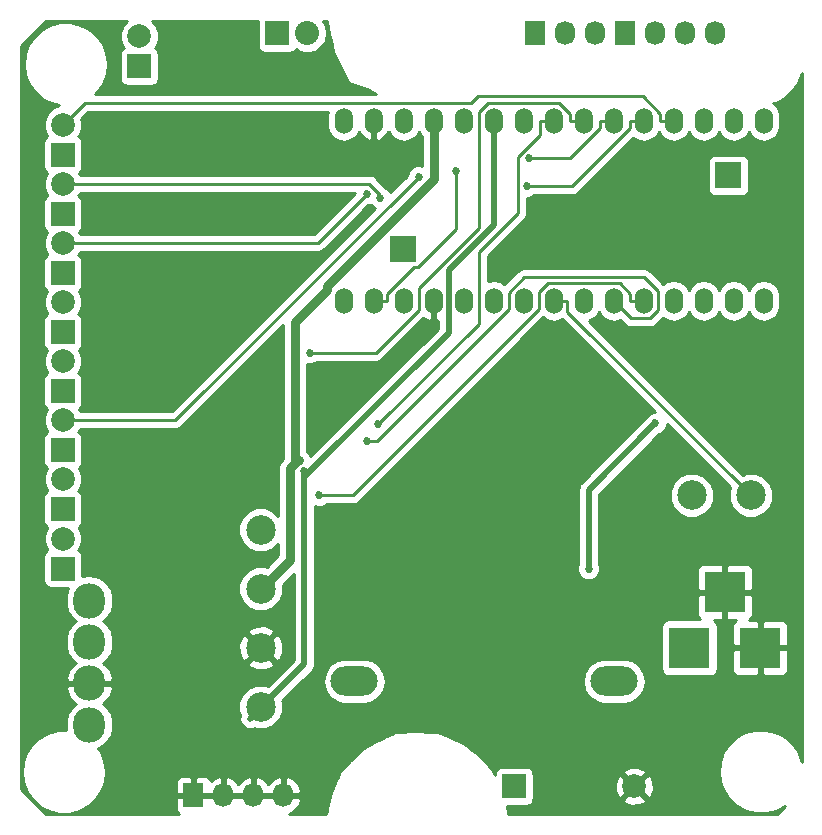
<source format=gbl>
G04 #@! TF.GenerationSoftware,KiCad,Pcbnew,5.0.0-rc2*
G04 #@! TF.CreationDate,2019-06-04T00:54:00-04:00*
G04 #@! TF.ProjectId,gassensor,67617373656E736F722E6B696361645F,rev?*
G04 #@! TF.SameCoordinates,Original*
G04 #@! TF.FileFunction,Copper,L2,Bot,Signal*
G04 #@! TF.FilePolarity,Positive*
%FSLAX46Y46*%
G04 Gerber Fmt 4.6, Leading zero omitted, Abs format (unit mm)*
G04 Created by KiCad (PCBNEW 5.0.0-rc2) date Tue Jun  4 00:54:00 2019*
%MOMM*%
%LPD*%
G01*
G04 APERTURE LIST*
G04 #@! TA.AperFunction,ComponentPad*
%ADD10O,1.524000X2.199640*%
G04 #@! TD*
G04 #@! TA.AperFunction,ComponentPad*
%ADD11O,1.524000X2.197100*%
G04 #@! TD*
G04 #@! TA.AperFunction,ComponentPad*
%ADD12O,2.700000X3.000000*%
G04 #@! TD*
G04 #@! TA.AperFunction,ComponentPad*
%ADD13R,3.500120X3.500120*%
G04 #@! TD*
G04 #@! TA.AperFunction,ComponentPad*
%ADD14C,1.998980*%
G04 #@! TD*
G04 #@! TA.AperFunction,ComponentPad*
%ADD15R,1.998980X1.998980*%
G04 #@! TD*
G04 #@! TA.AperFunction,ComponentPad*
%ADD16R,2.000000X2.000000*%
G04 #@! TD*
G04 #@! TA.AperFunction,ComponentPad*
%ADD17C,2.000000*%
G04 #@! TD*
G04 #@! TA.AperFunction,ComponentPad*
%ADD18O,4.000500X2.499360*%
G04 #@! TD*
G04 #@! TA.AperFunction,ComponentPad*
%ADD19C,2.500000*%
G04 #@! TD*
G04 #@! TA.AperFunction,ComponentPad*
%ADD20R,2.235200X2.235200*%
G04 #@! TD*
G04 #@! TA.AperFunction,ComponentPad*
%ADD21R,1.727200X2.032000*%
G04 #@! TD*
G04 #@! TA.AperFunction,ComponentPad*
%ADD22O,1.727200X2.032000*%
G04 #@! TD*
G04 #@! TA.AperFunction,ComponentPad*
%ADD23R,2.032000X2.032000*%
G04 #@! TD*
G04 #@! TA.AperFunction,ComponentPad*
%ADD24O,2.032000X2.032000*%
G04 #@! TD*
G04 #@! TA.AperFunction,ViaPad*
%ADD25C,0.685800*%
G04 #@! TD*
G04 #@! TA.AperFunction,Conductor*
%ADD26C,0.508000*%
G04 #@! TD*
G04 #@! TA.AperFunction,Conductor*
%ADD27C,0.254000*%
G04 #@! TD*
G04 #@! TA.AperFunction,Conductor*
%ADD28C,0.762000*%
G04 #@! TD*
G04 APERTURE END LIST*
D10*
G04 #@! TO.P,J1,1*
G04 #@! TO.N,/TX*
X126520000Y-84620000D03*
G04 #@! TO.P,J1,2*
G04 #@! TO.N,/RX*
X129060000Y-84620000D03*
G04 #@! TO.P,J1,3*
G04 #@! TO.N,Net-(J1-Pad3)*
X131600000Y-84620000D03*
G04 #@! TO.P,J1,4*
G04 #@! TO.N,GND*
X134140000Y-84620000D03*
G04 #@! TO.P,J1,5*
G04 #@! TO.N,Net-(J1-Pad5)*
X136680000Y-84620000D03*
G04 #@! TO.P,J1,6*
G04 #@! TO.N,/D3*
X139220000Y-84620000D03*
G04 #@! TO.P,J1,7*
G04 #@! TO.N,Net-(J1-Pad7)*
X141760000Y-84620000D03*
G04 #@! TO.P,J1,8*
G04 #@! TO.N,Net-(J1-Pad8)*
X144300000Y-84620000D03*
G04 #@! TO.P,J1,9*
G04 #@! TO.N,/D6*
X146840000Y-84620000D03*
G04 #@! TO.P,J1,10*
G04 #@! TO.N,/D7*
X149380000Y-84620000D03*
G04 #@! TO.P,J1,11*
G04 #@! TO.N,/D8*
X151920000Y-84620000D03*
G04 #@! TO.P,J1,12*
G04 #@! TO.N,/D9*
X154460000Y-84620000D03*
G04 #@! TO.P,J1,13*
G04 #@! TO.N,/SS*
X157000000Y-84620000D03*
G04 #@! TO.P,J1,14*
G04 #@! TO.N,/MOSI*
X159540000Y-84620000D03*
G04 #@! TO.P,J1,15*
G04 #@! TO.N,/MISO*
X162080000Y-84620000D03*
G04 #@! TO.P,J1,16*
G04 #@! TO.N,/SCK*
X162080000Y-69380000D03*
G04 #@! TO.P,J1,17*
G04 #@! TO.N,Net-(J1-Pad17)*
X159540000Y-69380000D03*
G04 #@! TO.P,J1,18*
G04 #@! TO.N,Net-(J1-Pad18)*
X157000000Y-69380000D03*
G04 #@! TO.P,J1,19*
G04 #@! TO.N,/A0*
X154460000Y-69380000D03*
D11*
G04 #@! TO.P,J1,20*
G04 #@! TO.N,/A1*
X151920000Y-69380000D03*
G04 #@! TO.P,J1,21*
G04 #@! TO.N,/A2*
X149380000Y-69380000D03*
G04 #@! TO.P,J1,22*
G04 #@! TO.N,/A3*
X146840000Y-69380000D03*
G04 #@! TO.P,J1,23*
G04 #@! TO.N,/A4*
X144300000Y-69380000D03*
G04 #@! TO.P,J1,24*
G04 #@! TO.N,/A5*
X141760000Y-69380000D03*
G04 #@! TO.P,J1,25*
G04 #@! TO.N,/A6*
X139220000Y-69380000D03*
G04 #@! TO.P,J1,26*
G04 #@! TO.N,/A7*
X136680000Y-69380000D03*
G04 #@! TO.P,J1,27*
G04 #@! TO.N,+5V*
X134140000Y-69380000D03*
G04 #@! TO.P,J1,28*
G04 #@! TO.N,Net-(J1-Pad28)*
X131600000Y-69380000D03*
G04 #@! TO.P,J1,29*
G04 #@! TO.N,GND*
X129060000Y-69380000D03*
G04 #@! TO.P,J1,30*
G04 #@! TO.N,VCC*
X126520000Y-69380000D03*
G04 #@! TD*
D12*
G04 #@! TO.P,P9,1*
G04 #@! TO.N,/VOUT+*
X105000000Y-110000000D03*
G04 #@! TO.P,P9,2*
G04 #@! TO.N,+5V*
X105000000Y-113500000D03*
G04 #@! TO.P,P9,3*
G04 #@! TO.N,GND*
X105000000Y-117000000D03*
G04 #@! TO.P,P9,4*
G04 #@! TO.N,/A6*
X105000000Y-120500000D03*
G04 #@! TD*
D13*
G04 #@! TO.P,CON1,1*
G04 #@! TO.N,+12V*
X155799860Y-114000000D03*
G04 #@! TO.P,CON1,2*
G04 #@! TO.N,GND*
X161799340Y-114000000D03*
G04 #@! TO.P,CON1,3*
X158799600Y-109301000D03*
G04 #@! TD*
D14*
G04 #@! TO.P,D1,2*
G04 #@! TO.N,GND*
X151130000Y-125727460D03*
D15*
G04 #@! TO.P,D1,1*
G04 #@! TO.N,VCC*
X140970000Y-125727460D03*
G04 #@! TD*
D16*
G04 #@! TO.P,D2,1*
G04 #@! TO.N,Net-(D2-Pad1)*
X109220000Y-64770000D03*
D17*
G04 #@! TO.P,D2,2*
G04 #@! TO.N,VCC*
X109220000Y-62230000D03*
G04 #@! TD*
D16*
G04 #@! TO.P,D3,1*
G04 #@! TO.N,Net-(D3-Pad1)*
X102750000Y-72250000D03*
D17*
G04 #@! TO.P,D3,2*
G04 #@! TO.N,/A0*
X102750000Y-69710000D03*
G04 #@! TD*
G04 #@! TO.P,D4,2*
G04 #@! TO.N,/A1*
X102750000Y-74710000D03*
D16*
G04 #@! TO.P,D4,1*
G04 #@! TO.N,Net-(D4-Pad1)*
X102750000Y-77250000D03*
G04 #@! TD*
G04 #@! TO.P,D5,1*
G04 #@! TO.N,Net-(D5-Pad1)*
X102750000Y-82250000D03*
D17*
G04 #@! TO.P,D5,2*
G04 #@! TO.N,/A2*
X102750000Y-79710000D03*
G04 #@! TD*
D16*
G04 #@! TO.P,D6,1*
G04 #@! TO.N,Net-(D6-Pad1)*
X102750000Y-87250000D03*
D17*
G04 #@! TO.P,D6,2*
G04 #@! TO.N,/A3*
X102750000Y-84710000D03*
G04 #@! TD*
G04 #@! TO.P,D7,2*
G04 #@! TO.N,/A4*
X102750000Y-89710000D03*
D16*
G04 #@! TO.P,D7,1*
G04 #@! TO.N,Net-(D7-Pad1)*
X102750000Y-92250000D03*
G04 #@! TD*
D17*
G04 #@! TO.P,D8,2*
G04 #@! TO.N,/A5*
X102750000Y-94710000D03*
D16*
G04 #@! TO.P,D8,1*
G04 #@! TO.N,Net-(D8-Pad1)*
X102750000Y-97250000D03*
G04 #@! TD*
D17*
G04 #@! TO.P,D9,2*
G04 #@! TO.N,/D7*
X102750000Y-99710000D03*
D16*
G04 #@! TO.P,D9,1*
G04 #@! TO.N,Net-(D9-Pad1)*
X102750000Y-102250000D03*
G04 #@! TD*
D17*
G04 #@! TO.P,D10,2*
G04 #@! TO.N,/D8*
X102750000Y-104750000D03*
D16*
G04 #@! TO.P,D10,1*
G04 #@! TO.N,Net-(D10-Pad1)*
X102750000Y-107290000D03*
G04 #@! TD*
D18*
G04 #@! TO.P,F1,2*
G04 #@! TO.N,+12V*
X149430740Y-116840000D03*
G04 #@! TO.P,F1,1*
G04 #@! TO.N,VCC*
X127429260Y-116840000D03*
G04 #@! TD*
D19*
G04 #@! TO.P,LS1,1*
G04 #@! TO.N,Net-(J1-Pad8)*
X160996000Y-101092000D03*
G04 #@! TO.P,LS1,2*
G04 #@! TO.N,Net-(J1-Pad7)*
X155996000Y-101092000D03*
G04 #@! TD*
D20*
G04 #@! TO.P,P3,1*
G04 #@! TO.N,Net-(J1-Pad3)*
X131572000Y-80264000D03*
G04 #@! TD*
G04 #@! TO.P,P4,1*
G04 #@! TO.N,Net-(J1-Pad18)*
X159100000Y-74000000D03*
G04 #@! TD*
D21*
G04 #@! TO.P,P6,1*
G04 #@! TO.N,/D3*
X142748000Y-61976000D03*
D22*
G04 #@! TO.P,P6,2*
G04 #@! TO.N,/D6*
X145288000Y-61976000D03*
G04 #@! TO.P,P6,3*
G04 #@! TO.N,/D7*
X147828000Y-61976000D03*
G04 #@! TD*
D23*
G04 #@! TO.P,P7,1*
G04 #@! TO.N,/TX*
X120904000Y-61976000D03*
D24*
G04 #@! TO.P,P7,2*
G04 #@! TO.N,/RX*
X123444000Y-61976000D03*
G04 #@! TD*
D21*
G04 #@! TO.P,P8,1*
G04 #@! TO.N,/SS*
X150368000Y-61976000D03*
D22*
G04 #@! TO.P,P8,2*
G04 #@! TO.N,/MOSI*
X152908000Y-61976000D03*
G04 #@! TO.P,P8,3*
G04 #@! TO.N,/MISO*
X155448000Y-61976000D03*
G04 #@! TO.P,P8,4*
G04 #@! TO.N,/SCK*
X157988000Y-61976000D03*
G04 #@! TD*
D19*
G04 #@! TO.P,P2,4*
G04 #@! TO.N,/A6*
X119500000Y-119000000D03*
G04 #@! TO.P,P2,3*
G04 #@! TO.N,GND*
X119500000Y-114000000D03*
G04 #@! TO.P,P2,1*
G04 #@! TO.N,/VOUT+*
X119500000Y-104000000D03*
G04 #@! TO.P,P2,2*
G04 #@! TO.N,+5V*
X119500000Y-109000000D03*
G04 #@! TD*
D22*
G04 #@! TO.P,REF66,4*
G04 #@! TO.N,GND*
X121412000Y-126492000D03*
G04 #@! TO.P,REF66,3*
X118872000Y-126492000D03*
G04 #@! TO.P,REF66,2*
X116332000Y-126492000D03*
D21*
G04 #@! TO.P,REF66,1*
X113792000Y-126492000D03*
G04 #@! TD*
D25*
G04 #@! TO.N,GND*
X140000000Y-108000000D03*
X139000000Y-107000000D03*
X138000000Y-106000000D03*
X117856000Y-66040000D03*
X117856000Y-64516000D03*
X117856000Y-62992000D03*
X136144000Y-97536000D03*
X137160000Y-98552000D03*
X138176000Y-99568000D03*
X127508000Y-106680000D03*
X127508000Y-107696000D03*
X127508000Y-108712000D03*
X109220000Y-87884000D03*
X109220000Y-83312000D03*
X109220000Y-78232000D03*
X109220000Y-93472000D03*
X109220000Y-98044000D03*
X109220000Y-103124000D03*
X109220000Y-108204000D03*
X129032000Y-71628000D03*
X129032000Y-73152000D03*
X122428000Y-71628000D03*
X122428000Y-73152000D03*
X139700000Y-81788000D03*
X140716000Y-80772000D03*
X141732000Y-79756000D03*
X107696000Y-83312000D03*
X107696000Y-78232000D03*
X107696000Y-87884000D03*
X107696000Y-93472000D03*
X107696000Y-98044000D03*
X107696000Y-103124000D03*
X107696000Y-108204000D03*
X107696000Y-73152000D03*
X109220000Y-73152000D03*
G04 #@! TO.N,/VOUT+*
X152908000Y-94996000D03*
X147258000Y-107315000D03*
G04 #@! TO.N,/A1*
X142025100Y-74913600D03*
X129628600Y-75916800D03*
G04 #@! TO.N,/A2*
X142242300Y-72544500D03*
X128476700Y-75554600D03*
G04 #@! TO.N,/A3*
X123669700Y-89013600D03*
G04 #@! TO.N,/A4*
X129422700Y-95075600D03*
G04 #@! TO.N,/A5*
X132862900Y-74122100D03*
G04 #@! TO.N,/A6*
X123190000Y-99060000D03*
G04 #@! TO.N,/D8*
X124462000Y-101078500D03*
G04 #@! TO.N,/RX*
X136032400Y-73614800D03*
G04 #@! TO.N,/D7*
X128494400Y-96458600D03*
G04 #@! TD*
D26*
G04 #@! TO.N,/VOUT+*
X147258000Y-107315000D02*
X147258000Y-100646000D01*
X147258000Y-100646000D02*
X152908000Y-94996000D01*
D27*
G04 #@! TO.N,/A0*
X154460000Y-69380000D02*
X153316700Y-69380000D01*
X102750000Y-69710000D02*
X104592700Y-67867300D01*
X104592700Y-67867300D02*
X137314800Y-67867300D01*
X137314800Y-67867300D02*
X137879300Y-67302800D01*
X137879300Y-67302800D02*
X151848200Y-67302800D01*
X151848200Y-67302800D02*
X153316700Y-68771300D01*
X153316700Y-68771300D02*
X153316700Y-69380000D01*
G04 #@! TO.N,/A1*
X151920000Y-69380000D02*
X150776700Y-69380000D01*
X142025100Y-74913600D02*
X145850800Y-74913600D01*
X145850800Y-74913600D02*
X150776700Y-69987700D01*
X150776700Y-69987700D02*
X150776700Y-69380000D01*
X102750000Y-74710000D02*
X128668900Y-74710000D01*
X128668900Y-74710000D02*
X129628600Y-75669700D01*
X129628600Y-75669700D02*
X129628600Y-75916800D01*
G04 #@! TO.N,/A2*
X149380000Y-69380000D02*
X148236700Y-69380000D01*
X142242300Y-72544500D02*
X145679900Y-72544500D01*
X145679900Y-72544500D02*
X148236700Y-69987700D01*
X148236700Y-69987700D02*
X148236700Y-69380000D01*
X102750000Y-79710000D02*
X124321300Y-79710000D01*
X124321300Y-79710000D02*
X128476700Y-75554600D01*
G04 #@! TO.N,/A3*
X146840000Y-69380000D02*
X145696700Y-69380000D01*
X145696700Y-69380000D02*
X145696700Y-68808400D01*
X145696700Y-68808400D02*
X144755400Y-67867100D01*
X144755400Y-67867100D02*
X138745300Y-67867100D01*
X138745300Y-67867100D02*
X137950000Y-68662400D01*
X137950000Y-68662400D02*
X137950000Y-78440700D01*
X137950000Y-78440700D02*
X132870000Y-83520700D01*
X132870000Y-83520700D02*
X132870000Y-85375500D01*
X132870000Y-85375500D02*
X129231900Y-89013600D01*
X129231900Y-89013600D02*
X123669700Y-89013600D01*
G04 #@! TO.N,/A4*
X143156700Y-69380000D02*
X143156700Y-70606000D01*
X143156700Y-70606000D02*
X141300900Y-72461800D01*
X141300900Y-72461800D02*
X141300900Y-77162000D01*
X141300900Y-77162000D02*
X137950000Y-80512900D01*
X137950000Y-80512900D02*
X137950000Y-86548300D01*
X137950000Y-86548300D02*
X129422700Y-95075600D01*
X144300000Y-69380000D02*
X143156700Y-69380000D01*
G04 #@! TO.N,/A5*
X102750000Y-94710000D02*
X112275000Y-94710000D01*
X112275000Y-94710000D02*
X132862900Y-74122100D01*
D26*
G04 #@! TO.N,/A6*
X123190000Y-99568000D02*
X123190000Y-99060000D01*
X123190000Y-99568000D02*
X135410000Y-87348000D01*
X135410000Y-87348000D02*
X135410000Y-82014000D01*
X135410000Y-82014000D02*
X139220000Y-78204000D01*
X139220000Y-78204000D02*
X139220000Y-69380000D01*
D27*
X119500000Y-119000000D02*
X119550000Y-119050000D01*
D26*
X118600000Y-120000000D02*
X119550000Y-119050000D01*
X119550000Y-119050000D02*
X123190000Y-115410000D01*
X123190000Y-115410000D02*
X123190000Y-99568000D01*
D27*
G04 #@! TO.N,/D8*
X151920000Y-84620000D02*
X150776700Y-84620000D01*
X124462000Y-101078500D02*
X127274200Y-101078500D01*
X127274200Y-101078500D02*
X143030000Y-85322700D01*
X143030000Y-85322700D02*
X143030000Y-83915000D01*
X143030000Y-83915000D02*
X143816200Y-83128800D01*
X143816200Y-83128800D02*
X149894200Y-83128800D01*
X149894200Y-83128800D02*
X150776700Y-84011300D01*
X150776700Y-84011300D02*
X150776700Y-84620000D01*
G04 #@! TO.N,/RX*
X129060000Y-84620000D02*
X130203300Y-84620000D01*
X136032400Y-73614800D02*
X136032400Y-78583300D01*
X136032400Y-78583300D02*
X132852700Y-81763000D01*
X132852700Y-81763000D02*
X132475200Y-81763000D01*
X132475200Y-81763000D02*
X130203300Y-84034900D01*
X130203300Y-84034900D02*
X130203300Y-84620000D01*
G04 #@! TO.N,Net-(J1-Pad8)*
X144300000Y-84620000D02*
X145443300Y-84620000D01*
X160996000Y-101092000D02*
X145443300Y-85539300D01*
X145443300Y-85539300D02*
X145443300Y-84620000D01*
G04 #@! TO.N,/D7*
X149380000Y-84620000D02*
X150861900Y-86101900D01*
X150861900Y-86101900D02*
X152430100Y-86101900D01*
X152430100Y-86101900D02*
X153095000Y-85437000D01*
X153095000Y-85437000D02*
X153095000Y-83805400D01*
X153095000Y-83805400D02*
X151910000Y-82620400D01*
X151910000Y-82620400D02*
X141797400Y-82620400D01*
X141797400Y-82620400D02*
X140490000Y-83927800D01*
X140490000Y-83927800D02*
X140490000Y-85318100D01*
X140490000Y-85318100D02*
X129349500Y-96458600D01*
X129349500Y-96458600D02*
X128494400Y-96458600D01*
D28*
G04 #@! TO.N,+5V*
X122428000Y-98375000D02*
X122000000Y-98802900D01*
X122000000Y-98802900D02*
X122000000Y-106600000D01*
X122000000Y-106600000D02*
X119550000Y-109050000D01*
X122721000Y-98082100D02*
X122428000Y-98375000D01*
X122428000Y-98375000D02*
X122428000Y-86398500D01*
X122428000Y-86398500D02*
X125123000Y-83703500D01*
X125123000Y-83703500D02*
X125123000Y-83334800D01*
X125123000Y-83334800D02*
X134140000Y-74317800D01*
X134140000Y-74317800D02*
X134140000Y-69380000D01*
D27*
X119500000Y-109000000D02*
X119550000Y-109050000D01*
D28*
X119550000Y-109050000D02*
X119380000Y-109220000D01*
G04 #@! TD*
D27*
G04 #@! TO.N,GND*
G36*
X107833914Y-61303847D02*
X107585000Y-61904778D01*
X107585000Y-62555222D01*
X107833914Y-63156153D01*
X107898723Y-63220962D01*
X107762191Y-63312191D01*
X107621843Y-63522235D01*
X107572560Y-63770000D01*
X107572560Y-65770000D01*
X107621843Y-66017765D01*
X107762191Y-66227809D01*
X107972235Y-66368157D01*
X108220000Y-66417440D01*
X110220000Y-66417440D01*
X110467765Y-66368157D01*
X110677809Y-66227809D01*
X110818157Y-66017765D01*
X110867440Y-65770000D01*
X110867440Y-63770000D01*
X110818157Y-63522235D01*
X110677809Y-63312191D01*
X110541277Y-63220962D01*
X110606086Y-63156153D01*
X110855000Y-62555222D01*
X110855000Y-61904778D01*
X110606086Y-61303847D01*
X110263439Y-60961200D01*
X119240560Y-60961200D01*
X119240560Y-62992000D01*
X119289843Y-63239765D01*
X119430191Y-63449809D01*
X119640235Y-63590157D01*
X119888000Y-63639440D01*
X121920000Y-63639440D01*
X122167765Y-63590157D01*
X122377809Y-63449809D01*
X122470463Y-63311144D01*
X122799812Y-63531208D01*
X123281391Y-63627000D01*
X123606609Y-63627000D01*
X124088188Y-63531208D01*
X124634305Y-63166305D01*
X124999208Y-62620188D01*
X125127345Y-61976000D01*
X124999208Y-61331812D01*
X124751573Y-60961200D01*
X125072711Y-60961200D01*
X125074685Y-60974410D01*
X125241459Y-61998439D01*
X125251601Y-62040684D01*
X125260624Y-62083132D01*
X125266067Y-62100937D01*
X125411603Y-62555592D01*
X125605466Y-63524907D01*
X125616408Y-63556796D01*
X126886408Y-66096796D01*
X126916789Y-66135943D01*
X126959839Y-66160483D01*
X128472538Y-66664716D01*
X128482741Y-66670726D01*
X129243086Y-67105300D01*
X105476114Y-67105300D01*
X105670116Y-66932451D01*
X106154554Y-66227588D01*
X106456876Y-65427517D01*
X106559627Y-64578427D01*
X106558846Y-64503880D01*
X106438336Y-63657128D01*
X106119325Y-62863564D01*
X105620231Y-62169001D01*
X104969868Y-61613538D01*
X104205781Y-61229242D01*
X103372082Y-61038300D01*
X102516903Y-61051734D01*
X101689614Y-61268770D01*
X100937975Y-61676876D01*
X100305380Y-62252493D01*
X99828349Y-62962390D01*
X99534422Y-63765583D01*
X99440568Y-64615703D01*
X99552205Y-65463670D01*
X99862888Y-66260531D01*
X100354682Y-66960282D01*
X100999193Y-67522525D01*
X101759214Y-67914801D01*
X102426488Y-68075000D01*
X102424778Y-68075000D01*
X101823847Y-68323914D01*
X101363914Y-68783847D01*
X101115000Y-69384778D01*
X101115000Y-70035222D01*
X101363914Y-70636153D01*
X101428723Y-70700962D01*
X101292191Y-70792191D01*
X101151843Y-71002235D01*
X101102560Y-71250000D01*
X101102560Y-73250000D01*
X101151843Y-73497765D01*
X101292191Y-73707809D01*
X101380767Y-73766994D01*
X101363914Y-73783847D01*
X101115000Y-74384778D01*
X101115000Y-75035222D01*
X101363914Y-75636153D01*
X101428723Y-75700962D01*
X101292191Y-75792191D01*
X101151843Y-76002235D01*
X101102560Y-76250000D01*
X101102560Y-78250000D01*
X101151843Y-78497765D01*
X101292191Y-78707809D01*
X101380767Y-78766994D01*
X101363914Y-78783847D01*
X101115000Y-79384778D01*
X101115000Y-80035222D01*
X101363914Y-80636153D01*
X101428723Y-80700962D01*
X101292191Y-80792191D01*
X101151843Y-81002235D01*
X101102560Y-81250000D01*
X101102560Y-83250000D01*
X101151843Y-83497765D01*
X101292191Y-83707809D01*
X101380767Y-83766994D01*
X101363914Y-83783847D01*
X101115000Y-84384778D01*
X101115000Y-85035222D01*
X101363914Y-85636153D01*
X101428723Y-85700962D01*
X101292191Y-85792191D01*
X101151843Y-86002235D01*
X101102560Y-86250000D01*
X101102560Y-88250000D01*
X101151843Y-88497765D01*
X101292191Y-88707809D01*
X101380767Y-88766994D01*
X101363914Y-88783847D01*
X101115000Y-89384778D01*
X101115000Y-90035222D01*
X101363914Y-90636153D01*
X101428723Y-90700962D01*
X101292191Y-90792191D01*
X101151843Y-91002235D01*
X101102560Y-91250000D01*
X101102560Y-93250000D01*
X101151843Y-93497765D01*
X101292191Y-93707809D01*
X101380767Y-93766994D01*
X101363914Y-93783847D01*
X101115000Y-94384778D01*
X101115000Y-95035222D01*
X101363914Y-95636153D01*
X101428723Y-95700962D01*
X101292191Y-95792191D01*
X101151843Y-96002235D01*
X101102560Y-96250000D01*
X101102560Y-98250000D01*
X101151843Y-98497765D01*
X101292191Y-98707809D01*
X101380767Y-98766994D01*
X101363914Y-98783847D01*
X101115000Y-99384778D01*
X101115000Y-100035222D01*
X101363914Y-100636153D01*
X101428723Y-100700962D01*
X101292191Y-100792191D01*
X101151843Y-101002235D01*
X101102560Y-101250000D01*
X101102560Y-103250000D01*
X101151843Y-103497765D01*
X101292191Y-103707809D01*
X101404745Y-103783016D01*
X101363914Y-103823847D01*
X101115000Y-104424778D01*
X101115000Y-105075222D01*
X101363914Y-105676153D01*
X101428723Y-105740962D01*
X101292191Y-105832191D01*
X101151843Y-106042235D01*
X101102560Y-106290000D01*
X101102560Y-108290000D01*
X101151843Y-108537765D01*
X101292191Y-108747809D01*
X101502235Y-108888157D01*
X101750000Y-108937440D01*
X103222415Y-108937440D01*
X103130171Y-109075493D01*
X103015000Y-109654498D01*
X103015001Y-110345503D01*
X103130172Y-110924508D01*
X103568896Y-111581105D01*
X103821666Y-111750000D01*
X103568895Y-111918896D01*
X103130171Y-112575493D01*
X103015000Y-113154498D01*
X103015001Y-113845503D01*
X103130172Y-114424508D01*
X103568896Y-115081105D01*
X103824712Y-115252036D01*
X103814207Y-115257027D01*
X103294866Y-115832068D01*
X103035116Y-116562080D01*
X103173016Y-116873000D01*
X104873000Y-116873000D01*
X104873000Y-116853000D01*
X105127000Y-116853000D01*
X105127000Y-116873000D01*
X106826984Y-116873000D01*
X106964884Y-116562080D01*
X106705134Y-115832068D01*
X106254697Y-115333320D01*
X118346285Y-115333320D01*
X118475533Y-115626123D01*
X119175806Y-115894388D01*
X119925435Y-115874250D01*
X120524467Y-115626123D01*
X120653715Y-115333320D01*
X119500000Y-114179605D01*
X118346285Y-115333320D01*
X106254697Y-115333320D01*
X106185793Y-115257027D01*
X106175288Y-115252036D01*
X106431105Y-115081104D01*
X106869829Y-114424507D01*
X106985000Y-113845502D01*
X106985000Y-113675806D01*
X117605612Y-113675806D01*
X117625750Y-114425435D01*
X117873877Y-115024467D01*
X118166680Y-115153715D01*
X119320395Y-114000000D01*
X119679605Y-114000000D01*
X120833320Y-115153715D01*
X121126123Y-115024467D01*
X121394388Y-114324194D01*
X121374250Y-113574565D01*
X121126123Y-112975533D01*
X120833320Y-112846285D01*
X119679605Y-114000000D01*
X119320395Y-114000000D01*
X118166680Y-112846285D01*
X117873877Y-112975533D01*
X117605612Y-113675806D01*
X106985000Y-113675806D01*
X106984999Y-113154497D01*
X106887967Y-112666680D01*
X118346285Y-112666680D01*
X119500000Y-113820395D01*
X120653715Y-112666680D01*
X120524467Y-112373877D01*
X119824194Y-112105612D01*
X119074565Y-112125750D01*
X118475533Y-112373877D01*
X118346285Y-112666680D01*
X106887967Y-112666680D01*
X106869828Y-112575492D01*
X106431104Y-111918895D01*
X106178334Y-111750000D01*
X106431105Y-111581104D01*
X106869829Y-110924507D01*
X106985000Y-110345502D01*
X106984999Y-109654497D01*
X106869828Y-109075492D01*
X106431104Y-108418895D01*
X105774507Y-107980171D01*
X105000000Y-107826112D01*
X104397440Y-107945969D01*
X104397440Y-106290000D01*
X104348157Y-106042235D01*
X104207809Y-105832191D01*
X104071277Y-105740962D01*
X104136086Y-105676153D01*
X104385000Y-105075222D01*
X104385000Y-104424778D01*
X104136086Y-103823847D01*
X104095255Y-103783016D01*
X104207809Y-103707809D01*
X104348157Y-103497765D01*
X104397440Y-103250000D01*
X104397440Y-101250000D01*
X104348157Y-101002235D01*
X104207809Y-100792191D01*
X104071277Y-100700962D01*
X104136086Y-100636153D01*
X104385000Y-100035222D01*
X104385000Y-99384778D01*
X104136086Y-98783847D01*
X104119233Y-98766994D01*
X104207809Y-98707809D01*
X104348157Y-98497765D01*
X104397440Y-98250000D01*
X104397440Y-96250000D01*
X104348157Y-96002235D01*
X104207809Y-95792191D01*
X104071277Y-95700962D01*
X104136086Y-95636153D01*
X104204080Y-95472000D01*
X112199957Y-95472000D01*
X112275000Y-95486927D01*
X112350043Y-95472000D01*
X112350048Y-95472000D01*
X112572317Y-95427788D01*
X112824371Y-95259371D01*
X112866884Y-95195746D01*
X121412001Y-86650629D01*
X121412000Y-97954090D01*
X121352385Y-98013691D01*
X121267505Y-98070406D01*
X121155362Y-98238241D01*
X121042996Y-98406365D01*
X121042984Y-98406426D01*
X121042949Y-98406478D01*
X121003279Y-98605916D01*
X120964096Y-98802779D01*
X120984000Y-98902904D01*
X120984001Y-102818208D01*
X120567767Y-102401974D01*
X119874950Y-102115000D01*
X119125050Y-102115000D01*
X118432233Y-102401974D01*
X117901974Y-102932233D01*
X117615000Y-103625050D01*
X117615000Y-104374950D01*
X117901974Y-105067767D01*
X118432233Y-105598026D01*
X119125050Y-105885000D01*
X119874950Y-105885000D01*
X120567767Y-105598026D01*
X120984001Y-105181792D01*
X120984001Y-106179158D01*
X119997428Y-107165732D01*
X119874950Y-107115000D01*
X119125050Y-107115000D01*
X118432233Y-107401974D01*
X117901974Y-107932233D01*
X117615000Y-108625050D01*
X117615000Y-109374950D01*
X117901974Y-110067767D01*
X118432233Y-110598026D01*
X119125050Y-110885000D01*
X119874950Y-110885000D01*
X120567767Y-110598026D01*
X121098026Y-110067767D01*
X121385000Y-109374950D01*
X121385000Y-108651840D01*
X122301000Y-107735840D01*
X122301000Y-115041764D01*
X120124428Y-117218337D01*
X119874950Y-117115000D01*
X119125050Y-117115000D01*
X118432233Y-117401974D01*
X117901974Y-117932233D01*
X117615000Y-118625050D01*
X117615000Y-119374950D01*
X117752085Y-119705902D01*
X117693584Y-120000000D01*
X117762582Y-120346870D01*
X117959068Y-120640932D01*
X118253130Y-120837418D01*
X118600000Y-120906416D01*
X118946870Y-120837418D01*
X118971097Y-120821230D01*
X119125050Y-120885000D01*
X119874950Y-120885000D01*
X120567767Y-120598026D01*
X121098026Y-120067767D01*
X121385000Y-119374950D01*
X121385000Y-118625050D01*
X121340242Y-118516994D01*
X123017236Y-116840000D01*
X124757087Y-116840000D01*
X124903360Y-117575366D01*
X125319911Y-118198779D01*
X125943324Y-118615330D01*
X126493065Y-118724680D01*
X128365455Y-118724680D01*
X128915196Y-118615330D01*
X129538609Y-118198779D01*
X129955160Y-117575366D01*
X130101433Y-116840000D01*
X146758567Y-116840000D01*
X146904840Y-117575366D01*
X147321391Y-118198779D01*
X147944804Y-118615330D01*
X148494545Y-118724680D01*
X150366935Y-118724680D01*
X150916676Y-118615330D01*
X151540089Y-118198779D01*
X151956640Y-117575366D01*
X152102913Y-116840000D01*
X151956640Y-116104634D01*
X151540089Y-115481221D01*
X150916676Y-115064670D01*
X150366935Y-114955320D01*
X148494545Y-114955320D01*
X147944804Y-115064670D01*
X147321391Y-115481221D01*
X146904840Y-116104634D01*
X146758567Y-116840000D01*
X130101433Y-116840000D01*
X129955160Y-116104634D01*
X129538609Y-115481221D01*
X128915196Y-115064670D01*
X128365455Y-114955320D01*
X126493065Y-114955320D01*
X125943324Y-115064670D01*
X125319911Y-115481221D01*
X124903360Y-116104634D01*
X124757087Y-116840000D01*
X123017236Y-116840000D01*
X123756709Y-116100527D01*
X123830932Y-116050933D01*
X123880526Y-115976710D01*
X123880529Y-115976707D01*
X124027418Y-115756871D01*
X124096415Y-115410001D01*
X124078999Y-115322445D01*
X124078999Y-112249940D01*
X153402360Y-112249940D01*
X153402360Y-115750060D01*
X153451643Y-115997825D01*
X153591991Y-116207869D01*
X153802035Y-116348217D01*
X154049800Y-116397500D01*
X157549920Y-116397500D01*
X157797685Y-116348217D01*
X158007729Y-116207869D01*
X158148077Y-115997825D01*
X158197360Y-115750060D01*
X158197360Y-114285750D01*
X159414280Y-114285750D01*
X159414280Y-115876370D01*
X159510953Y-116109759D01*
X159689582Y-116288387D01*
X159922971Y-116385060D01*
X161513590Y-116385060D01*
X161672340Y-116226310D01*
X161672340Y-114127000D01*
X161926340Y-114127000D01*
X161926340Y-116226310D01*
X162085090Y-116385060D01*
X163675709Y-116385060D01*
X163909098Y-116288387D01*
X164087727Y-116109759D01*
X164184400Y-115876370D01*
X164184400Y-114285750D01*
X164025650Y-114127000D01*
X161926340Y-114127000D01*
X161672340Y-114127000D01*
X159573030Y-114127000D01*
X159414280Y-114285750D01*
X158197360Y-114285750D01*
X158197360Y-112249940D01*
X158148077Y-112002175D01*
X158007729Y-111792131D01*
X157848984Y-111686060D01*
X158513850Y-111686060D01*
X158672600Y-111527310D01*
X158672600Y-109428000D01*
X158926600Y-109428000D01*
X158926600Y-111527310D01*
X159085350Y-111686060D01*
X159751272Y-111686060D01*
X159689582Y-111711613D01*
X159510953Y-111890241D01*
X159414280Y-112123630D01*
X159414280Y-113714250D01*
X159573030Y-113873000D01*
X161672340Y-113873000D01*
X161672340Y-111773690D01*
X161926340Y-111773690D01*
X161926340Y-113873000D01*
X164025650Y-113873000D01*
X164184400Y-113714250D01*
X164184400Y-112123630D01*
X164087727Y-111890241D01*
X163909098Y-111711613D01*
X163675709Y-111614940D01*
X162085090Y-111614940D01*
X161926340Y-111773690D01*
X161672340Y-111773690D01*
X161513590Y-111614940D01*
X160847668Y-111614940D01*
X160909358Y-111589387D01*
X161087987Y-111410759D01*
X161184660Y-111177370D01*
X161184660Y-109586750D01*
X161025910Y-109428000D01*
X158926600Y-109428000D01*
X158672600Y-109428000D01*
X156573290Y-109428000D01*
X156414540Y-109586750D01*
X156414540Y-111177370D01*
X156511213Y-111410759D01*
X156689842Y-111589387D01*
X156721500Y-111602500D01*
X154049800Y-111602500D01*
X153802035Y-111651783D01*
X153591991Y-111792131D01*
X153451643Y-112002175D01*
X153402360Y-112249940D01*
X124078999Y-112249940D01*
X124079000Y-101978327D01*
X124267484Y-102056400D01*
X124656516Y-102056400D01*
X125015936Y-101907523D01*
X125082959Y-101840500D01*
X127199157Y-101840500D01*
X127274200Y-101855427D01*
X127349243Y-101840500D01*
X127349248Y-101840500D01*
X127571517Y-101796288D01*
X127823571Y-101627871D01*
X127866084Y-101564246D01*
X143396233Y-86034098D01*
X143754919Y-86273764D01*
X144300000Y-86382188D01*
X144845082Y-86273763D01*
X144997974Y-86171604D01*
X152844469Y-94018100D01*
X152713484Y-94018100D01*
X152354064Y-94166977D01*
X152078977Y-94442064D01*
X151990077Y-94656687D01*
X146691294Y-99955471D01*
X146617068Y-100005067D01*
X146567472Y-100079293D01*
X146567471Y-100079294D01*
X146420582Y-100299130D01*
X146351584Y-100646000D01*
X146369001Y-100733559D01*
X146369000Y-106905861D01*
X146280100Y-107120484D01*
X146280100Y-107509516D01*
X146428977Y-107868936D01*
X146704064Y-108144023D01*
X147063484Y-108292900D01*
X147452516Y-108292900D01*
X147811936Y-108144023D01*
X148087023Y-107868936D01*
X148235900Y-107509516D01*
X148235900Y-107424630D01*
X156414540Y-107424630D01*
X156414540Y-109015250D01*
X156573290Y-109174000D01*
X158672600Y-109174000D01*
X158672600Y-107074690D01*
X158926600Y-107074690D01*
X158926600Y-109174000D01*
X161025910Y-109174000D01*
X161184660Y-109015250D01*
X161184660Y-107424630D01*
X161087987Y-107191241D01*
X160909358Y-107012613D01*
X160675969Y-106915940D01*
X159085350Y-106915940D01*
X158926600Y-107074690D01*
X158672600Y-107074690D01*
X158513850Y-106915940D01*
X156923231Y-106915940D01*
X156689842Y-107012613D01*
X156511213Y-107191241D01*
X156414540Y-107424630D01*
X148235900Y-107424630D01*
X148235900Y-107120484D01*
X148146999Y-106905859D01*
X148147000Y-101014235D01*
X148444185Y-100717050D01*
X154111000Y-100717050D01*
X154111000Y-101466950D01*
X154397974Y-102159767D01*
X154928233Y-102690026D01*
X155621050Y-102977000D01*
X156370950Y-102977000D01*
X157063767Y-102690026D01*
X157594026Y-102159767D01*
X157881000Y-101466950D01*
X157881000Y-100717050D01*
X157594026Y-100024233D01*
X157063767Y-99493974D01*
X156370950Y-99207000D01*
X155621050Y-99207000D01*
X154928233Y-99493974D01*
X154397974Y-100024233D01*
X154111000Y-100717050D01*
X148444185Y-100717050D01*
X153247313Y-95913923D01*
X153461936Y-95825023D01*
X153737023Y-95549936D01*
X153885900Y-95190516D01*
X153885900Y-95059531D01*
X159237653Y-100411283D01*
X159111000Y-100717050D01*
X159111000Y-101466950D01*
X159397974Y-102159767D01*
X159928233Y-102690026D01*
X160621050Y-102977000D01*
X161370950Y-102977000D01*
X162063767Y-102690026D01*
X162594026Y-102159767D01*
X162881000Y-101466950D01*
X162881000Y-100717050D01*
X162594026Y-100024233D01*
X162063767Y-99493974D01*
X161370950Y-99207000D01*
X160621050Y-99207000D01*
X160315283Y-99333653D01*
X147276910Y-86295280D01*
X147385082Y-86273763D01*
X147847180Y-85964999D01*
X148110000Y-85571661D01*
X148372821Y-85965000D01*
X148834919Y-86273764D01*
X149380000Y-86382188D01*
X149925082Y-86273763D01*
X149943695Y-86261326D01*
X150270018Y-86587649D01*
X150312529Y-86651271D01*
X150376151Y-86693782D01*
X150438359Y-86735348D01*
X150564583Y-86819688D01*
X150786852Y-86863900D01*
X150786856Y-86863900D01*
X150861899Y-86878827D01*
X150936942Y-86863900D01*
X152355057Y-86863900D01*
X152430100Y-86878827D01*
X152505143Y-86863900D01*
X152505148Y-86863900D01*
X152727417Y-86819688D01*
X152979471Y-86651271D01*
X153021983Y-86587647D01*
X153567803Y-86041828D01*
X153914919Y-86273764D01*
X154460000Y-86382188D01*
X155005082Y-86273763D01*
X155467180Y-85964999D01*
X155730000Y-85571661D01*
X155992821Y-85965000D01*
X156454919Y-86273764D01*
X157000000Y-86382188D01*
X157545082Y-86273763D01*
X158007180Y-85964999D01*
X158270000Y-85571661D01*
X158532821Y-85965000D01*
X158994919Y-86273764D01*
X159540000Y-86382188D01*
X160085082Y-86273763D01*
X160547180Y-85964999D01*
X160810000Y-85571661D01*
X161072821Y-85965000D01*
X161534919Y-86273764D01*
X162080000Y-86382188D01*
X162625082Y-86273763D01*
X163087180Y-85964999D01*
X163395944Y-85502901D01*
X163477000Y-85095407D01*
X163476999Y-84144592D01*
X163395943Y-83737098D01*
X163087179Y-83275000D01*
X162625081Y-82966236D01*
X162080000Y-82857812D01*
X161534918Y-82966237D01*
X161072820Y-83275001D01*
X160810000Y-83668339D01*
X160547179Y-83275000D01*
X160085081Y-82966236D01*
X159540000Y-82857812D01*
X158994918Y-82966237D01*
X158532820Y-83275001D01*
X158270000Y-83668339D01*
X158007179Y-83275000D01*
X157545081Y-82966236D01*
X157000000Y-82857812D01*
X156454918Y-82966237D01*
X155992820Y-83275001D01*
X155730000Y-83668339D01*
X155467179Y-83275000D01*
X155005081Y-82966236D01*
X154460000Y-82857812D01*
X153914918Y-82966237D01*
X153566364Y-83199133D01*
X152501883Y-82134653D01*
X152459371Y-82071029D01*
X152207317Y-81902612D01*
X151985048Y-81858400D01*
X151985043Y-81858400D01*
X151910000Y-81843473D01*
X151834957Y-81858400D01*
X141872447Y-81858400D01*
X141797400Y-81843472D01*
X141722353Y-81858400D01*
X141722352Y-81858400D01*
X141500083Y-81902612D01*
X141248029Y-82071029D01*
X141205518Y-82134651D01*
X140130062Y-83210108D01*
X139765081Y-82966236D01*
X139220000Y-82857812D01*
X138711999Y-82958861D01*
X138711999Y-80828531D01*
X141786652Y-77753879D01*
X141850271Y-77711370D01*
X141892779Y-77647752D01*
X141892782Y-77647749D01*
X142018687Y-77459319D01*
X142050858Y-77297584D01*
X142062900Y-77237047D01*
X142062900Y-77237044D01*
X142077827Y-77162001D01*
X142062900Y-77086957D01*
X142062900Y-75891500D01*
X142219616Y-75891500D01*
X142579036Y-75742623D01*
X142646059Y-75675600D01*
X145775757Y-75675600D01*
X145850800Y-75690527D01*
X145925843Y-75675600D01*
X145925848Y-75675600D01*
X146148117Y-75631388D01*
X146400171Y-75462971D01*
X146442683Y-75399347D01*
X148959630Y-72882400D01*
X157334960Y-72882400D01*
X157334960Y-75117600D01*
X157384243Y-75365365D01*
X157524591Y-75575409D01*
X157734635Y-75715757D01*
X157982400Y-75765040D01*
X160217600Y-75765040D01*
X160465365Y-75715757D01*
X160675409Y-75575409D01*
X160815757Y-75365365D01*
X160865040Y-75117600D01*
X160865040Y-72882400D01*
X160815757Y-72634635D01*
X160675409Y-72424591D01*
X160465365Y-72284243D01*
X160217600Y-72234960D01*
X157982400Y-72234960D01*
X157734635Y-72284243D01*
X157524591Y-72424591D01*
X157384243Y-72634635D01*
X157334960Y-72882400D01*
X148959630Y-72882400D01*
X151035997Y-70806034D01*
X151374919Y-71032494D01*
X151920000Y-71140918D01*
X152465082Y-71032493D01*
X152927180Y-70723729D01*
X153189576Y-70331026D01*
X153452821Y-70725000D01*
X153914919Y-71033764D01*
X154460000Y-71142188D01*
X155005082Y-71033763D01*
X155467180Y-70724999D01*
X155730000Y-70331661D01*
X155992821Y-70725000D01*
X156454919Y-71033764D01*
X157000000Y-71142188D01*
X157545082Y-71033763D01*
X158007180Y-70724999D01*
X158270000Y-70331661D01*
X158532821Y-70725000D01*
X158994919Y-71033764D01*
X159540000Y-71142188D01*
X160085082Y-71033763D01*
X160547180Y-70724999D01*
X160810000Y-70331661D01*
X161072821Y-70725000D01*
X161534919Y-71033764D01*
X162080000Y-71142188D01*
X162625082Y-71033763D01*
X163087180Y-70724999D01*
X163395944Y-70262901D01*
X163477000Y-69855407D01*
X163476999Y-68904592D01*
X163395943Y-68497098D01*
X163087179Y-68035000D01*
X162879914Y-67896510D01*
X163108083Y-67839198D01*
X163863954Y-67438985D01*
X164502543Y-66870024D01*
X164986981Y-66165161D01*
X165288801Y-65366419D01*
X165288800Y-123665437D01*
X165270763Y-123538701D01*
X164951752Y-122745137D01*
X164452658Y-122050574D01*
X163802295Y-121495111D01*
X163038208Y-121110815D01*
X162204509Y-120919873D01*
X161349330Y-120933307D01*
X160522041Y-121150343D01*
X159770402Y-121558449D01*
X159137807Y-122134066D01*
X158660776Y-122843963D01*
X158366849Y-123647156D01*
X158272995Y-124497276D01*
X158384632Y-125345243D01*
X158695315Y-126142104D01*
X159187109Y-126841855D01*
X159831620Y-127404098D01*
X160591641Y-127796374D01*
X161423294Y-127996037D01*
X162278567Y-127991558D01*
X163108083Y-127783198D01*
X163858158Y-127386054D01*
X163205412Y-128038800D01*
X140427289Y-128038800D01*
X140425315Y-128025590D01*
X140319260Y-127374390D01*
X141969490Y-127374390D01*
X142217255Y-127325107D01*
X142427299Y-127184759D01*
X142567647Y-126974715D01*
X142586561Y-126879623D01*
X150157443Y-126879623D01*
X150256042Y-127146425D01*
X150865582Y-127372861D01*
X151515377Y-127348801D01*
X152003958Y-127146425D01*
X152102557Y-126879623D01*
X151130000Y-125907065D01*
X150157443Y-126879623D01*
X142586561Y-126879623D01*
X142616930Y-126726950D01*
X142616930Y-125463042D01*
X149484599Y-125463042D01*
X149508659Y-126112837D01*
X149711035Y-126601418D01*
X149977837Y-126700017D01*
X150950395Y-125727460D01*
X151309605Y-125727460D01*
X152282163Y-126700017D01*
X152548965Y-126601418D01*
X152775401Y-125991878D01*
X152751341Y-125342083D01*
X152548965Y-124853502D01*
X152282163Y-124754903D01*
X151309605Y-125727460D01*
X150950395Y-125727460D01*
X149977837Y-124754903D01*
X149711035Y-124853502D01*
X149484599Y-125463042D01*
X142616930Y-125463042D01*
X142616930Y-124727970D01*
X142586562Y-124575297D01*
X150157443Y-124575297D01*
X151130000Y-125547855D01*
X152102557Y-124575297D01*
X152003958Y-124308495D01*
X151394418Y-124082059D01*
X150744623Y-124106119D01*
X150256042Y-124308495D01*
X150157443Y-124575297D01*
X142586562Y-124575297D01*
X142567647Y-124480205D01*
X142427299Y-124270161D01*
X142217255Y-124129813D01*
X141969490Y-124080530D01*
X139970510Y-124080530D01*
X139722745Y-124129813D01*
X139512701Y-124270161D01*
X139372353Y-124480205D01*
X139323070Y-124727970D01*
X139323070Y-124730313D01*
X139257439Y-124635706D01*
X139185483Y-124419839D01*
X139154803Y-124370197D01*
X138888526Y-124103920D01*
X138774377Y-123939375D01*
X138747046Y-123905624D01*
X138720617Y-123871182D01*
X138708039Y-123857454D01*
X137997148Y-123101756D01*
X137965116Y-123072405D01*
X137933900Y-123042259D01*
X137919431Y-123030542D01*
X137426747Y-122642141D01*
X137249803Y-122465197D01*
X137216796Y-122441408D01*
X137088119Y-122377070D01*
X137068641Y-122363931D01*
X137033301Y-122338724D01*
X137017259Y-122329274D01*
X136116487Y-121814440D01*
X136077282Y-121795740D01*
X136038606Y-121776034D01*
X136021344Y-121769059D01*
X135349801Y-121507910D01*
X134676796Y-121171408D01*
X134620000Y-121158000D01*
X134051111Y-121158000D01*
X133941626Y-121133226D01*
X133898686Y-121126809D01*
X133855920Y-121119268D01*
X133837372Y-121117645D01*
X132802706Y-121040756D01*
X132770115Y-121040756D01*
X132737588Y-121038909D01*
X132718978Y-121039477D01*
X132108888Y-121066114D01*
X132076533Y-121069944D01*
X132044004Y-121071933D01*
X132025590Y-121074685D01*
X131514018Y-121158000D01*
X130810000Y-121158000D01*
X130753204Y-121171408D01*
X129967486Y-121564267D01*
X129910935Y-121582369D01*
X129870664Y-121598640D01*
X129830003Y-121613842D01*
X129813198Y-121621857D01*
X128882675Y-122080740D01*
X128845242Y-122102790D01*
X128807285Y-122123830D01*
X128791849Y-122134241D01*
X128699736Y-122198142D01*
X128213204Y-122441408D01*
X128180197Y-122465197D01*
X127789637Y-122855757D01*
X127101756Y-123502852D01*
X127072405Y-123534884D01*
X127042259Y-123566100D01*
X127030542Y-123580569D01*
X126902855Y-123742539D01*
X126275197Y-124370197D01*
X126244517Y-124419839D01*
X126075609Y-124926562D01*
X125814440Y-125383513D01*
X125795740Y-125422718D01*
X125776034Y-125461394D01*
X125769059Y-125478656D01*
X125393023Y-126445632D01*
X125380328Y-126487156D01*
X125366550Y-126528334D01*
X125362204Y-126546438D01*
X125133226Y-127558374D01*
X125126809Y-127601314D01*
X125119268Y-127644080D01*
X125117645Y-127662628D01*
X125104465Y-127839996D01*
X125038196Y-128038800D01*
X121907008Y-128038800D01*
X122314036Y-127842732D01*
X122703954Y-127406320D01*
X122897184Y-126853913D01*
X122752924Y-126619000D01*
X121539000Y-126619000D01*
X121539000Y-126639000D01*
X121285000Y-126639000D01*
X121285000Y-126619000D01*
X118999000Y-126619000D01*
X118999000Y-126639000D01*
X118745000Y-126639000D01*
X118745000Y-126619000D01*
X116459000Y-126619000D01*
X116459000Y-126639000D01*
X116205000Y-126639000D01*
X116205000Y-126619000D01*
X113919000Y-126619000D01*
X113919000Y-126639000D01*
X113665000Y-126639000D01*
X113665000Y-126619000D01*
X112452150Y-126619000D01*
X112293400Y-126777750D01*
X112293400Y-127634309D01*
X112390073Y-127867698D01*
X112561174Y-128038800D01*
X101294589Y-128038800D01*
X99211200Y-125955412D01*
X99211200Y-124537276D01*
X99268995Y-124537276D01*
X99380632Y-125385243D01*
X99691315Y-126182104D01*
X100183109Y-126881855D01*
X100827620Y-127444098D01*
X101587641Y-127836374D01*
X102419294Y-128036037D01*
X103274567Y-128031558D01*
X104104083Y-127823198D01*
X104859954Y-127422985D01*
X105498543Y-126854024D01*
X105982981Y-126149161D01*
X106285075Y-125349691D01*
X112293400Y-125349691D01*
X112293400Y-126206250D01*
X112452150Y-126365000D01*
X113665000Y-126365000D01*
X113665000Y-124999750D01*
X113919000Y-124999750D01*
X113919000Y-126365000D01*
X116205000Y-126365000D01*
X116205000Y-125005783D01*
X116459000Y-125005783D01*
X116459000Y-126365000D01*
X118745000Y-126365000D01*
X118745000Y-125005783D01*
X118999000Y-125005783D01*
X118999000Y-126365000D01*
X121285000Y-126365000D01*
X121285000Y-125005783D01*
X121539000Y-125005783D01*
X121539000Y-126365000D01*
X122752924Y-126365000D01*
X122897184Y-126130087D01*
X122703954Y-125577680D01*
X122314036Y-125141268D01*
X121786791Y-124887291D01*
X121771026Y-124884642D01*
X121539000Y-125005783D01*
X121285000Y-125005783D01*
X121052974Y-124884642D01*
X121037209Y-124887291D01*
X120509964Y-125141268D01*
X120142000Y-125553108D01*
X119774036Y-125141268D01*
X119246791Y-124887291D01*
X119231026Y-124884642D01*
X118999000Y-125005783D01*
X118745000Y-125005783D01*
X118512974Y-124884642D01*
X118497209Y-124887291D01*
X117969964Y-125141268D01*
X117602000Y-125553108D01*
X117234036Y-125141268D01*
X116706791Y-124887291D01*
X116691026Y-124884642D01*
X116459000Y-125005783D01*
X116205000Y-125005783D01*
X115972974Y-124884642D01*
X115957209Y-124887291D01*
X115429964Y-125141268D01*
X115275759Y-125313861D01*
X115193927Y-125116302D01*
X115015299Y-124937673D01*
X114781910Y-124841000D01*
X114077750Y-124841000D01*
X113919000Y-124999750D01*
X113665000Y-124999750D01*
X113506250Y-124841000D01*
X112802090Y-124841000D01*
X112568701Y-124937673D01*
X112390073Y-125116302D01*
X112293400Y-125349691D01*
X106285075Y-125349691D01*
X106285303Y-125349090D01*
X106388054Y-124500000D01*
X106387273Y-124425453D01*
X106266763Y-123578701D01*
X105947752Y-122785137D01*
X105759284Y-122522856D01*
X105774508Y-122519828D01*
X106431105Y-122081104D01*
X106869829Y-121424507D01*
X106985000Y-120845502D01*
X106984999Y-120154497D01*
X106869828Y-119575492D01*
X106431104Y-118918895D01*
X106175288Y-118747964D01*
X106185793Y-118742973D01*
X106705134Y-118167932D01*
X106964884Y-117437920D01*
X106826984Y-117127000D01*
X105127000Y-117127000D01*
X105127000Y-117147000D01*
X104873000Y-117147000D01*
X104873000Y-117127000D01*
X103173016Y-117127000D01*
X103035116Y-117437920D01*
X103294866Y-118167932D01*
X103814207Y-118742973D01*
X103824712Y-118747964D01*
X103568895Y-118918896D01*
X103130171Y-119575493D01*
X103015000Y-120154498D01*
X103015001Y-120845503D01*
X103038258Y-120962422D01*
X102345330Y-120973307D01*
X101518041Y-121190343D01*
X100766402Y-121598449D01*
X100133807Y-122174066D01*
X99656776Y-122883963D01*
X99362849Y-123687156D01*
X99268995Y-124537276D01*
X99211200Y-124537276D01*
X99211199Y-63044589D01*
X101294589Y-60961200D01*
X108176561Y-60961200D01*
X107833914Y-61303847D01*
X107833914Y-61303847D01*
G37*
X107833914Y-61303847D02*
X107585000Y-61904778D01*
X107585000Y-62555222D01*
X107833914Y-63156153D01*
X107898723Y-63220962D01*
X107762191Y-63312191D01*
X107621843Y-63522235D01*
X107572560Y-63770000D01*
X107572560Y-65770000D01*
X107621843Y-66017765D01*
X107762191Y-66227809D01*
X107972235Y-66368157D01*
X108220000Y-66417440D01*
X110220000Y-66417440D01*
X110467765Y-66368157D01*
X110677809Y-66227809D01*
X110818157Y-66017765D01*
X110867440Y-65770000D01*
X110867440Y-63770000D01*
X110818157Y-63522235D01*
X110677809Y-63312191D01*
X110541277Y-63220962D01*
X110606086Y-63156153D01*
X110855000Y-62555222D01*
X110855000Y-61904778D01*
X110606086Y-61303847D01*
X110263439Y-60961200D01*
X119240560Y-60961200D01*
X119240560Y-62992000D01*
X119289843Y-63239765D01*
X119430191Y-63449809D01*
X119640235Y-63590157D01*
X119888000Y-63639440D01*
X121920000Y-63639440D01*
X122167765Y-63590157D01*
X122377809Y-63449809D01*
X122470463Y-63311144D01*
X122799812Y-63531208D01*
X123281391Y-63627000D01*
X123606609Y-63627000D01*
X124088188Y-63531208D01*
X124634305Y-63166305D01*
X124999208Y-62620188D01*
X125127345Y-61976000D01*
X124999208Y-61331812D01*
X124751573Y-60961200D01*
X125072711Y-60961200D01*
X125074685Y-60974410D01*
X125241459Y-61998439D01*
X125251601Y-62040684D01*
X125260624Y-62083132D01*
X125266067Y-62100937D01*
X125411603Y-62555592D01*
X125605466Y-63524907D01*
X125616408Y-63556796D01*
X126886408Y-66096796D01*
X126916789Y-66135943D01*
X126959839Y-66160483D01*
X128472538Y-66664716D01*
X128482741Y-66670726D01*
X129243086Y-67105300D01*
X105476114Y-67105300D01*
X105670116Y-66932451D01*
X106154554Y-66227588D01*
X106456876Y-65427517D01*
X106559627Y-64578427D01*
X106558846Y-64503880D01*
X106438336Y-63657128D01*
X106119325Y-62863564D01*
X105620231Y-62169001D01*
X104969868Y-61613538D01*
X104205781Y-61229242D01*
X103372082Y-61038300D01*
X102516903Y-61051734D01*
X101689614Y-61268770D01*
X100937975Y-61676876D01*
X100305380Y-62252493D01*
X99828349Y-62962390D01*
X99534422Y-63765583D01*
X99440568Y-64615703D01*
X99552205Y-65463670D01*
X99862888Y-66260531D01*
X100354682Y-66960282D01*
X100999193Y-67522525D01*
X101759214Y-67914801D01*
X102426488Y-68075000D01*
X102424778Y-68075000D01*
X101823847Y-68323914D01*
X101363914Y-68783847D01*
X101115000Y-69384778D01*
X101115000Y-70035222D01*
X101363914Y-70636153D01*
X101428723Y-70700962D01*
X101292191Y-70792191D01*
X101151843Y-71002235D01*
X101102560Y-71250000D01*
X101102560Y-73250000D01*
X101151843Y-73497765D01*
X101292191Y-73707809D01*
X101380767Y-73766994D01*
X101363914Y-73783847D01*
X101115000Y-74384778D01*
X101115000Y-75035222D01*
X101363914Y-75636153D01*
X101428723Y-75700962D01*
X101292191Y-75792191D01*
X101151843Y-76002235D01*
X101102560Y-76250000D01*
X101102560Y-78250000D01*
X101151843Y-78497765D01*
X101292191Y-78707809D01*
X101380767Y-78766994D01*
X101363914Y-78783847D01*
X101115000Y-79384778D01*
X101115000Y-80035222D01*
X101363914Y-80636153D01*
X101428723Y-80700962D01*
X101292191Y-80792191D01*
X101151843Y-81002235D01*
X101102560Y-81250000D01*
X101102560Y-83250000D01*
X101151843Y-83497765D01*
X101292191Y-83707809D01*
X101380767Y-83766994D01*
X101363914Y-83783847D01*
X101115000Y-84384778D01*
X101115000Y-85035222D01*
X101363914Y-85636153D01*
X101428723Y-85700962D01*
X101292191Y-85792191D01*
X101151843Y-86002235D01*
X101102560Y-86250000D01*
X101102560Y-88250000D01*
X101151843Y-88497765D01*
X101292191Y-88707809D01*
X101380767Y-88766994D01*
X101363914Y-88783847D01*
X101115000Y-89384778D01*
X101115000Y-90035222D01*
X101363914Y-90636153D01*
X101428723Y-90700962D01*
X101292191Y-90792191D01*
X101151843Y-91002235D01*
X101102560Y-91250000D01*
X101102560Y-93250000D01*
X101151843Y-93497765D01*
X101292191Y-93707809D01*
X101380767Y-93766994D01*
X101363914Y-93783847D01*
X101115000Y-94384778D01*
X101115000Y-95035222D01*
X101363914Y-95636153D01*
X101428723Y-95700962D01*
X101292191Y-95792191D01*
X101151843Y-96002235D01*
X101102560Y-96250000D01*
X101102560Y-98250000D01*
X101151843Y-98497765D01*
X101292191Y-98707809D01*
X101380767Y-98766994D01*
X101363914Y-98783847D01*
X101115000Y-99384778D01*
X101115000Y-100035222D01*
X101363914Y-100636153D01*
X101428723Y-100700962D01*
X101292191Y-100792191D01*
X101151843Y-101002235D01*
X101102560Y-101250000D01*
X101102560Y-103250000D01*
X101151843Y-103497765D01*
X101292191Y-103707809D01*
X101404745Y-103783016D01*
X101363914Y-103823847D01*
X101115000Y-104424778D01*
X101115000Y-105075222D01*
X101363914Y-105676153D01*
X101428723Y-105740962D01*
X101292191Y-105832191D01*
X101151843Y-106042235D01*
X101102560Y-106290000D01*
X101102560Y-108290000D01*
X101151843Y-108537765D01*
X101292191Y-108747809D01*
X101502235Y-108888157D01*
X101750000Y-108937440D01*
X103222415Y-108937440D01*
X103130171Y-109075493D01*
X103015000Y-109654498D01*
X103015001Y-110345503D01*
X103130172Y-110924508D01*
X103568896Y-111581105D01*
X103821666Y-111750000D01*
X103568895Y-111918896D01*
X103130171Y-112575493D01*
X103015000Y-113154498D01*
X103015001Y-113845503D01*
X103130172Y-114424508D01*
X103568896Y-115081105D01*
X103824712Y-115252036D01*
X103814207Y-115257027D01*
X103294866Y-115832068D01*
X103035116Y-116562080D01*
X103173016Y-116873000D01*
X104873000Y-116873000D01*
X104873000Y-116853000D01*
X105127000Y-116853000D01*
X105127000Y-116873000D01*
X106826984Y-116873000D01*
X106964884Y-116562080D01*
X106705134Y-115832068D01*
X106254697Y-115333320D01*
X118346285Y-115333320D01*
X118475533Y-115626123D01*
X119175806Y-115894388D01*
X119925435Y-115874250D01*
X120524467Y-115626123D01*
X120653715Y-115333320D01*
X119500000Y-114179605D01*
X118346285Y-115333320D01*
X106254697Y-115333320D01*
X106185793Y-115257027D01*
X106175288Y-115252036D01*
X106431105Y-115081104D01*
X106869829Y-114424507D01*
X106985000Y-113845502D01*
X106985000Y-113675806D01*
X117605612Y-113675806D01*
X117625750Y-114425435D01*
X117873877Y-115024467D01*
X118166680Y-115153715D01*
X119320395Y-114000000D01*
X119679605Y-114000000D01*
X120833320Y-115153715D01*
X121126123Y-115024467D01*
X121394388Y-114324194D01*
X121374250Y-113574565D01*
X121126123Y-112975533D01*
X120833320Y-112846285D01*
X119679605Y-114000000D01*
X119320395Y-114000000D01*
X118166680Y-112846285D01*
X117873877Y-112975533D01*
X117605612Y-113675806D01*
X106985000Y-113675806D01*
X106984999Y-113154497D01*
X106887967Y-112666680D01*
X118346285Y-112666680D01*
X119500000Y-113820395D01*
X120653715Y-112666680D01*
X120524467Y-112373877D01*
X119824194Y-112105612D01*
X119074565Y-112125750D01*
X118475533Y-112373877D01*
X118346285Y-112666680D01*
X106887967Y-112666680D01*
X106869828Y-112575492D01*
X106431104Y-111918895D01*
X106178334Y-111750000D01*
X106431105Y-111581104D01*
X106869829Y-110924507D01*
X106985000Y-110345502D01*
X106984999Y-109654497D01*
X106869828Y-109075492D01*
X106431104Y-108418895D01*
X105774507Y-107980171D01*
X105000000Y-107826112D01*
X104397440Y-107945969D01*
X104397440Y-106290000D01*
X104348157Y-106042235D01*
X104207809Y-105832191D01*
X104071277Y-105740962D01*
X104136086Y-105676153D01*
X104385000Y-105075222D01*
X104385000Y-104424778D01*
X104136086Y-103823847D01*
X104095255Y-103783016D01*
X104207809Y-103707809D01*
X104348157Y-103497765D01*
X104397440Y-103250000D01*
X104397440Y-101250000D01*
X104348157Y-101002235D01*
X104207809Y-100792191D01*
X104071277Y-100700962D01*
X104136086Y-100636153D01*
X104385000Y-100035222D01*
X104385000Y-99384778D01*
X104136086Y-98783847D01*
X104119233Y-98766994D01*
X104207809Y-98707809D01*
X104348157Y-98497765D01*
X104397440Y-98250000D01*
X104397440Y-96250000D01*
X104348157Y-96002235D01*
X104207809Y-95792191D01*
X104071277Y-95700962D01*
X104136086Y-95636153D01*
X104204080Y-95472000D01*
X112199957Y-95472000D01*
X112275000Y-95486927D01*
X112350043Y-95472000D01*
X112350048Y-95472000D01*
X112572317Y-95427788D01*
X112824371Y-95259371D01*
X112866884Y-95195746D01*
X121412001Y-86650629D01*
X121412000Y-97954090D01*
X121352385Y-98013691D01*
X121267505Y-98070406D01*
X121155362Y-98238241D01*
X121042996Y-98406365D01*
X121042984Y-98406426D01*
X121042949Y-98406478D01*
X121003279Y-98605916D01*
X120964096Y-98802779D01*
X120984000Y-98902904D01*
X120984001Y-102818208D01*
X120567767Y-102401974D01*
X119874950Y-102115000D01*
X119125050Y-102115000D01*
X118432233Y-102401974D01*
X117901974Y-102932233D01*
X117615000Y-103625050D01*
X117615000Y-104374950D01*
X117901974Y-105067767D01*
X118432233Y-105598026D01*
X119125050Y-105885000D01*
X119874950Y-105885000D01*
X120567767Y-105598026D01*
X120984001Y-105181792D01*
X120984001Y-106179158D01*
X119997428Y-107165732D01*
X119874950Y-107115000D01*
X119125050Y-107115000D01*
X118432233Y-107401974D01*
X117901974Y-107932233D01*
X117615000Y-108625050D01*
X117615000Y-109374950D01*
X117901974Y-110067767D01*
X118432233Y-110598026D01*
X119125050Y-110885000D01*
X119874950Y-110885000D01*
X120567767Y-110598026D01*
X121098026Y-110067767D01*
X121385000Y-109374950D01*
X121385000Y-108651840D01*
X122301000Y-107735840D01*
X122301000Y-115041764D01*
X120124428Y-117218337D01*
X119874950Y-117115000D01*
X119125050Y-117115000D01*
X118432233Y-117401974D01*
X117901974Y-117932233D01*
X117615000Y-118625050D01*
X117615000Y-119374950D01*
X117752085Y-119705902D01*
X117693584Y-120000000D01*
X117762582Y-120346870D01*
X117959068Y-120640932D01*
X118253130Y-120837418D01*
X118600000Y-120906416D01*
X118946870Y-120837418D01*
X118971097Y-120821230D01*
X119125050Y-120885000D01*
X119874950Y-120885000D01*
X120567767Y-120598026D01*
X121098026Y-120067767D01*
X121385000Y-119374950D01*
X121385000Y-118625050D01*
X121340242Y-118516994D01*
X123017236Y-116840000D01*
X124757087Y-116840000D01*
X124903360Y-117575366D01*
X125319911Y-118198779D01*
X125943324Y-118615330D01*
X126493065Y-118724680D01*
X128365455Y-118724680D01*
X128915196Y-118615330D01*
X129538609Y-118198779D01*
X129955160Y-117575366D01*
X130101433Y-116840000D01*
X146758567Y-116840000D01*
X146904840Y-117575366D01*
X147321391Y-118198779D01*
X147944804Y-118615330D01*
X148494545Y-118724680D01*
X150366935Y-118724680D01*
X150916676Y-118615330D01*
X151540089Y-118198779D01*
X151956640Y-117575366D01*
X152102913Y-116840000D01*
X151956640Y-116104634D01*
X151540089Y-115481221D01*
X150916676Y-115064670D01*
X150366935Y-114955320D01*
X148494545Y-114955320D01*
X147944804Y-115064670D01*
X147321391Y-115481221D01*
X146904840Y-116104634D01*
X146758567Y-116840000D01*
X130101433Y-116840000D01*
X129955160Y-116104634D01*
X129538609Y-115481221D01*
X128915196Y-115064670D01*
X128365455Y-114955320D01*
X126493065Y-114955320D01*
X125943324Y-115064670D01*
X125319911Y-115481221D01*
X124903360Y-116104634D01*
X124757087Y-116840000D01*
X123017236Y-116840000D01*
X123756709Y-116100527D01*
X123830932Y-116050933D01*
X123880526Y-115976710D01*
X123880529Y-115976707D01*
X124027418Y-115756871D01*
X124096415Y-115410001D01*
X124078999Y-115322445D01*
X124078999Y-112249940D01*
X153402360Y-112249940D01*
X153402360Y-115750060D01*
X153451643Y-115997825D01*
X153591991Y-116207869D01*
X153802035Y-116348217D01*
X154049800Y-116397500D01*
X157549920Y-116397500D01*
X157797685Y-116348217D01*
X158007729Y-116207869D01*
X158148077Y-115997825D01*
X158197360Y-115750060D01*
X158197360Y-114285750D01*
X159414280Y-114285750D01*
X159414280Y-115876370D01*
X159510953Y-116109759D01*
X159689582Y-116288387D01*
X159922971Y-116385060D01*
X161513590Y-116385060D01*
X161672340Y-116226310D01*
X161672340Y-114127000D01*
X161926340Y-114127000D01*
X161926340Y-116226310D01*
X162085090Y-116385060D01*
X163675709Y-116385060D01*
X163909098Y-116288387D01*
X164087727Y-116109759D01*
X164184400Y-115876370D01*
X164184400Y-114285750D01*
X164025650Y-114127000D01*
X161926340Y-114127000D01*
X161672340Y-114127000D01*
X159573030Y-114127000D01*
X159414280Y-114285750D01*
X158197360Y-114285750D01*
X158197360Y-112249940D01*
X158148077Y-112002175D01*
X158007729Y-111792131D01*
X157848984Y-111686060D01*
X158513850Y-111686060D01*
X158672600Y-111527310D01*
X158672600Y-109428000D01*
X158926600Y-109428000D01*
X158926600Y-111527310D01*
X159085350Y-111686060D01*
X159751272Y-111686060D01*
X159689582Y-111711613D01*
X159510953Y-111890241D01*
X159414280Y-112123630D01*
X159414280Y-113714250D01*
X159573030Y-113873000D01*
X161672340Y-113873000D01*
X161672340Y-111773690D01*
X161926340Y-111773690D01*
X161926340Y-113873000D01*
X164025650Y-113873000D01*
X164184400Y-113714250D01*
X164184400Y-112123630D01*
X164087727Y-111890241D01*
X163909098Y-111711613D01*
X163675709Y-111614940D01*
X162085090Y-111614940D01*
X161926340Y-111773690D01*
X161672340Y-111773690D01*
X161513590Y-111614940D01*
X160847668Y-111614940D01*
X160909358Y-111589387D01*
X161087987Y-111410759D01*
X161184660Y-111177370D01*
X161184660Y-109586750D01*
X161025910Y-109428000D01*
X158926600Y-109428000D01*
X158672600Y-109428000D01*
X156573290Y-109428000D01*
X156414540Y-109586750D01*
X156414540Y-111177370D01*
X156511213Y-111410759D01*
X156689842Y-111589387D01*
X156721500Y-111602500D01*
X154049800Y-111602500D01*
X153802035Y-111651783D01*
X153591991Y-111792131D01*
X153451643Y-112002175D01*
X153402360Y-112249940D01*
X124078999Y-112249940D01*
X124079000Y-101978327D01*
X124267484Y-102056400D01*
X124656516Y-102056400D01*
X125015936Y-101907523D01*
X125082959Y-101840500D01*
X127199157Y-101840500D01*
X127274200Y-101855427D01*
X127349243Y-101840500D01*
X127349248Y-101840500D01*
X127571517Y-101796288D01*
X127823571Y-101627871D01*
X127866084Y-101564246D01*
X143396233Y-86034098D01*
X143754919Y-86273764D01*
X144300000Y-86382188D01*
X144845082Y-86273763D01*
X144997974Y-86171604D01*
X152844469Y-94018100D01*
X152713484Y-94018100D01*
X152354064Y-94166977D01*
X152078977Y-94442064D01*
X151990077Y-94656687D01*
X146691294Y-99955471D01*
X146617068Y-100005067D01*
X146567472Y-100079293D01*
X146567471Y-100079294D01*
X146420582Y-100299130D01*
X146351584Y-100646000D01*
X146369001Y-100733559D01*
X146369000Y-106905861D01*
X146280100Y-107120484D01*
X146280100Y-107509516D01*
X146428977Y-107868936D01*
X146704064Y-108144023D01*
X147063484Y-108292900D01*
X147452516Y-108292900D01*
X147811936Y-108144023D01*
X148087023Y-107868936D01*
X148235900Y-107509516D01*
X148235900Y-107424630D01*
X156414540Y-107424630D01*
X156414540Y-109015250D01*
X156573290Y-109174000D01*
X158672600Y-109174000D01*
X158672600Y-107074690D01*
X158926600Y-107074690D01*
X158926600Y-109174000D01*
X161025910Y-109174000D01*
X161184660Y-109015250D01*
X161184660Y-107424630D01*
X161087987Y-107191241D01*
X160909358Y-107012613D01*
X160675969Y-106915940D01*
X159085350Y-106915940D01*
X158926600Y-107074690D01*
X158672600Y-107074690D01*
X158513850Y-106915940D01*
X156923231Y-106915940D01*
X156689842Y-107012613D01*
X156511213Y-107191241D01*
X156414540Y-107424630D01*
X148235900Y-107424630D01*
X148235900Y-107120484D01*
X148146999Y-106905859D01*
X148147000Y-101014235D01*
X148444185Y-100717050D01*
X154111000Y-100717050D01*
X154111000Y-101466950D01*
X154397974Y-102159767D01*
X154928233Y-102690026D01*
X155621050Y-102977000D01*
X156370950Y-102977000D01*
X157063767Y-102690026D01*
X157594026Y-102159767D01*
X157881000Y-101466950D01*
X157881000Y-100717050D01*
X157594026Y-100024233D01*
X157063767Y-99493974D01*
X156370950Y-99207000D01*
X155621050Y-99207000D01*
X154928233Y-99493974D01*
X154397974Y-100024233D01*
X154111000Y-100717050D01*
X148444185Y-100717050D01*
X153247313Y-95913923D01*
X153461936Y-95825023D01*
X153737023Y-95549936D01*
X153885900Y-95190516D01*
X153885900Y-95059531D01*
X159237653Y-100411283D01*
X159111000Y-100717050D01*
X159111000Y-101466950D01*
X159397974Y-102159767D01*
X159928233Y-102690026D01*
X160621050Y-102977000D01*
X161370950Y-102977000D01*
X162063767Y-102690026D01*
X162594026Y-102159767D01*
X162881000Y-101466950D01*
X162881000Y-100717050D01*
X162594026Y-100024233D01*
X162063767Y-99493974D01*
X161370950Y-99207000D01*
X160621050Y-99207000D01*
X160315283Y-99333653D01*
X147276910Y-86295280D01*
X147385082Y-86273763D01*
X147847180Y-85964999D01*
X148110000Y-85571661D01*
X148372821Y-85965000D01*
X148834919Y-86273764D01*
X149380000Y-86382188D01*
X149925082Y-86273763D01*
X149943695Y-86261326D01*
X150270018Y-86587649D01*
X150312529Y-86651271D01*
X150376151Y-86693782D01*
X150438359Y-86735348D01*
X150564583Y-86819688D01*
X150786852Y-86863900D01*
X150786856Y-86863900D01*
X150861899Y-86878827D01*
X150936942Y-86863900D01*
X152355057Y-86863900D01*
X152430100Y-86878827D01*
X152505143Y-86863900D01*
X152505148Y-86863900D01*
X152727417Y-86819688D01*
X152979471Y-86651271D01*
X153021983Y-86587647D01*
X153567803Y-86041828D01*
X153914919Y-86273764D01*
X154460000Y-86382188D01*
X155005082Y-86273763D01*
X155467180Y-85964999D01*
X155730000Y-85571661D01*
X155992821Y-85965000D01*
X156454919Y-86273764D01*
X157000000Y-86382188D01*
X157545082Y-86273763D01*
X158007180Y-85964999D01*
X158270000Y-85571661D01*
X158532821Y-85965000D01*
X158994919Y-86273764D01*
X159540000Y-86382188D01*
X160085082Y-86273763D01*
X160547180Y-85964999D01*
X160810000Y-85571661D01*
X161072821Y-85965000D01*
X161534919Y-86273764D01*
X162080000Y-86382188D01*
X162625082Y-86273763D01*
X163087180Y-85964999D01*
X163395944Y-85502901D01*
X163477000Y-85095407D01*
X163476999Y-84144592D01*
X163395943Y-83737098D01*
X163087179Y-83275000D01*
X162625081Y-82966236D01*
X162080000Y-82857812D01*
X161534918Y-82966237D01*
X161072820Y-83275001D01*
X160810000Y-83668339D01*
X160547179Y-83275000D01*
X160085081Y-82966236D01*
X159540000Y-82857812D01*
X158994918Y-82966237D01*
X158532820Y-83275001D01*
X158270000Y-83668339D01*
X158007179Y-83275000D01*
X157545081Y-82966236D01*
X157000000Y-82857812D01*
X156454918Y-82966237D01*
X155992820Y-83275001D01*
X155730000Y-83668339D01*
X155467179Y-83275000D01*
X155005081Y-82966236D01*
X154460000Y-82857812D01*
X153914918Y-82966237D01*
X153566364Y-83199133D01*
X152501883Y-82134653D01*
X152459371Y-82071029D01*
X152207317Y-81902612D01*
X151985048Y-81858400D01*
X151985043Y-81858400D01*
X151910000Y-81843473D01*
X151834957Y-81858400D01*
X141872447Y-81858400D01*
X141797400Y-81843472D01*
X141722353Y-81858400D01*
X141722352Y-81858400D01*
X141500083Y-81902612D01*
X141248029Y-82071029D01*
X141205518Y-82134651D01*
X140130062Y-83210108D01*
X139765081Y-82966236D01*
X139220000Y-82857812D01*
X138711999Y-82958861D01*
X138711999Y-80828531D01*
X141786652Y-77753879D01*
X141850271Y-77711370D01*
X141892779Y-77647752D01*
X141892782Y-77647749D01*
X142018687Y-77459319D01*
X142050858Y-77297584D01*
X142062900Y-77237047D01*
X142062900Y-77237044D01*
X142077827Y-77162001D01*
X142062900Y-77086957D01*
X142062900Y-75891500D01*
X142219616Y-75891500D01*
X142579036Y-75742623D01*
X142646059Y-75675600D01*
X145775757Y-75675600D01*
X145850800Y-75690527D01*
X145925843Y-75675600D01*
X145925848Y-75675600D01*
X146148117Y-75631388D01*
X146400171Y-75462971D01*
X146442683Y-75399347D01*
X148959630Y-72882400D01*
X157334960Y-72882400D01*
X157334960Y-75117600D01*
X157384243Y-75365365D01*
X157524591Y-75575409D01*
X157734635Y-75715757D01*
X157982400Y-75765040D01*
X160217600Y-75765040D01*
X160465365Y-75715757D01*
X160675409Y-75575409D01*
X160815757Y-75365365D01*
X160865040Y-75117600D01*
X160865040Y-72882400D01*
X160815757Y-72634635D01*
X160675409Y-72424591D01*
X160465365Y-72284243D01*
X160217600Y-72234960D01*
X157982400Y-72234960D01*
X157734635Y-72284243D01*
X157524591Y-72424591D01*
X157384243Y-72634635D01*
X157334960Y-72882400D01*
X148959630Y-72882400D01*
X151035997Y-70806034D01*
X151374919Y-71032494D01*
X151920000Y-71140918D01*
X152465082Y-71032493D01*
X152927180Y-70723729D01*
X153189576Y-70331026D01*
X153452821Y-70725000D01*
X153914919Y-71033764D01*
X154460000Y-71142188D01*
X155005082Y-71033763D01*
X155467180Y-70724999D01*
X155730000Y-70331661D01*
X155992821Y-70725000D01*
X156454919Y-71033764D01*
X157000000Y-71142188D01*
X157545082Y-71033763D01*
X158007180Y-70724999D01*
X158270000Y-70331661D01*
X158532821Y-70725000D01*
X158994919Y-71033764D01*
X159540000Y-71142188D01*
X160085082Y-71033763D01*
X160547180Y-70724999D01*
X160810000Y-70331661D01*
X161072821Y-70725000D01*
X161534919Y-71033764D01*
X162080000Y-71142188D01*
X162625082Y-71033763D01*
X163087180Y-70724999D01*
X163395944Y-70262901D01*
X163477000Y-69855407D01*
X163476999Y-68904592D01*
X163395943Y-68497098D01*
X163087179Y-68035000D01*
X162879914Y-67896510D01*
X163108083Y-67839198D01*
X163863954Y-67438985D01*
X164502543Y-66870024D01*
X164986981Y-66165161D01*
X165288801Y-65366419D01*
X165288800Y-123665437D01*
X165270763Y-123538701D01*
X164951752Y-122745137D01*
X164452658Y-122050574D01*
X163802295Y-121495111D01*
X163038208Y-121110815D01*
X162204509Y-120919873D01*
X161349330Y-120933307D01*
X160522041Y-121150343D01*
X159770402Y-121558449D01*
X159137807Y-122134066D01*
X158660776Y-122843963D01*
X158366849Y-123647156D01*
X158272995Y-124497276D01*
X158384632Y-125345243D01*
X158695315Y-126142104D01*
X159187109Y-126841855D01*
X159831620Y-127404098D01*
X160591641Y-127796374D01*
X161423294Y-127996037D01*
X162278567Y-127991558D01*
X163108083Y-127783198D01*
X163858158Y-127386054D01*
X163205412Y-128038800D01*
X140427289Y-128038800D01*
X140425315Y-128025590D01*
X140319260Y-127374390D01*
X141969490Y-127374390D01*
X142217255Y-127325107D01*
X142427299Y-127184759D01*
X142567647Y-126974715D01*
X142586561Y-126879623D01*
X150157443Y-126879623D01*
X150256042Y-127146425D01*
X150865582Y-127372861D01*
X151515377Y-127348801D01*
X152003958Y-127146425D01*
X152102557Y-126879623D01*
X151130000Y-125907065D01*
X150157443Y-126879623D01*
X142586561Y-126879623D01*
X142616930Y-126726950D01*
X142616930Y-125463042D01*
X149484599Y-125463042D01*
X149508659Y-126112837D01*
X149711035Y-126601418D01*
X149977837Y-126700017D01*
X150950395Y-125727460D01*
X151309605Y-125727460D01*
X152282163Y-126700017D01*
X152548965Y-126601418D01*
X152775401Y-125991878D01*
X152751341Y-125342083D01*
X152548965Y-124853502D01*
X152282163Y-124754903D01*
X151309605Y-125727460D01*
X150950395Y-125727460D01*
X149977837Y-124754903D01*
X149711035Y-124853502D01*
X149484599Y-125463042D01*
X142616930Y-125463042D01*
X142616930Y-124727970D01*
X142586562Y-124575297D01*
X150157443Y-124575297D01*
X151130000Y-125547855D01*
X152102557Y-124575297D01*
X152003958Y-124308495D01*
X151394418Y-124082059D01*
X150744623Y-124106119D01*
X150256042Y-124308495D01*
X150157443Y-124575297D01*
X142586562Y-124575297D01*
X142567647Y-124480205D01*
X142427299Y-124270161D01*
X142217255Y-124129813D01*
X141969490Y-124080530D01*
X139970510Y-124080530D01*
X139722745Y-124129813D01*
X139512701Y-124270161D01*
X139372353Y-124480205D01*
X139323070Y-124727970D01*
X139323070Y-124730313D01*
X139257439Y-124635706D01*
X139185483Y-124419839D01*
X139154803Y-124370197D01*
X138888526Y-124103920D01*
X138774377Y-123939375D01*
X138747046Y-123905624D01*
X138720617Y-123871182D01*
X138708039Y-123857454D01*
X137997148Y-123101756D01*
X137965116Y-123072405D01*
X137933900Y-123042259D01*
X137919431Y-123030542D01*
X137426747Y-122642141D01*
X137249803Y-122465197D01*
X137216796Y-122441408D01*
X137088119Y-122377070D01*
X137068641Y-122363931D01*
X137033301Y-122338724D01*
X137017259Y-122329274D01*
X136116487Y-121814440D01*
X136077282Y-121795740D01*
X136038606Y-121776034D01*
X136021344Y-121769059D01*
X135349801Y-121507910D01*
X134676796Y-121171408D01*
X134620000Y-121158000D01*
X134051111Y-121158000D01*
X133941626Y-121133226D01*
X133898686Y-121126809D01*
X133855920Y-121119268D01*
X133837372Y-121117645D01*
X132802706Y-121040756D01*
X132770115Y-121040756D01*
X132737588Y-121038909D01*
X132718978Y-121039477D01*
X132108888Y-121066114D01*
X132076533Y-121069944D01*
X132044004Y-121071933D01*
X132025590Y-121074685D01*
X131514018Y-121158000D01*
X130810000Y-121158000D01*
X130753204Y-121171408D01*
X129967486Y-121564267D01*
X129910935Y-121582369D01*
X129870664Y-121598640D01*
X129830003Y-121613842D01*
X129813198Y-121621857D01*
X128882675Y-122080740D01*
X128845242Y-122102790D01*
X128807285Y-122123830D01*
X128791849Y-122134241D01*
X128699736Y-122198142D01*
X128213204Y-122441408D01*
X128180197Y-122465197D01*
X127789637Y-122855757D01*
X127101756Y-123502852D01*
X127072405Y-123534884D01*
X127042259Y-123566100D01*
X127030542Y-123580569D01*
X126902855Y-123742539D01*
X126275197Y-124370197D01*
X126244517Y-124419839D01*
X126075609Y-124926562D01*
X125814440Y-125383513D01*
X125795740Y-125422718D01*
X125776034Y-125461394D01*
X125769059Y-125478656D01*
X125393023Y-126445632D01*
X125380328Y-126487156D01*
X125366550Y-126528334D01*
X125362204Y-126546438D01*
X125133226Y-127558374D01*
X125126809Y-127601314D01*
X125119268Y-127644080D01*
X125117645Y-127662628D01*
X125104465Y-127839996D01*
X125038196Y-128038800D01*
X121907008Y-128038800D01*
X122314036Y-127842732D01*
X122703954Y-127406320D01*
X122897184Y-126853913D01*
X122752924Y-126619000D01*
X121539000Y-126619000D01*
X121539000Y-126639000D01*
X121285000Y-126639000D01*
X121285000Y-126619000D01*
X118999000Y-126619000D01*
X118999000Y-126639000D01*
X118745000Y-126639000D01*
X118745000Y-126619000D01*
X116459000Y-126619000D01*
X116459000Y-126639000D01*
X116205000Y-126639000D01*
X116205000Y-126619000D01*
X113919000Y-126619000D01*
X113919000Y-126639000D01*
X113665000Y-126639000D01*
X113665000Y-126619000D01*
X112452150Y-126619000D01*
X112293400Y-126777750D01*
X112293400Y-127634309D01*
X112390073Y-127867698D01*
X112561174Y-128038800D01*
X101294589Y-128038800D01*
X99211200Y-125955412D01*
X99211200Y-124537276D01*
X99268995Y-124537276D01*
X99380632Y-125385243D01*
X99691315Y-126182104D01*
X100183109Y-126881855D01*
X100827620Y-127444098D01*
X101587641Y-127836374D01*
X102419294Y-128036037D01*
X103274567Y-128031558D01*
X104104083Y-127823198D01*
X104859954Y-127422985D01*
X105498543Y-126854024D01*
X105982981Y-126149161D01*
X106285075Y-125349691D01*
X112293400Y-125349691D01*
X112293400Y-126206250D01*
X112452150Y-126365000D01*
X113665000Y-126365000D01*
X113665000Y-124999750D01*
X113919000Y-124999750D01*
X113919000Y-126365000D01*
X116205000Y-126365000D01*
X116205000Y-125005783D01*
X116459000Y-125005783D01*
X116459000Y-126365000D01*
X118745000Y-126365000D01*
X118745000Y-125005783D01*
X118999000Y-125005783D01*
X118999000Y-126365000D01*
X121285000Y-126365000D01*
X121285000Y-125005783D01*
X121539000Y-125005783D01*
X121539000Y-126365000D01*
X122752924Y-126365000D01*
X122897184Y-126130087D01*
X122703954Y-125577680D01*
X122314036Y-125141268D01*
X121786791Y-124887291D01*
X121771026Y-124884642D01*
X121539000Y-125005783D01*
X121285000Y-125005783D01*
X121052974Y-124884642D01*
X121037209Y-124887291D01*
X120509964Y-125141268D01*
X120142000Y-125553108D01*
X119774036Y-125141268D01*
X119246791Y-124887291D01*
X119231026Y-124884642D01*
X118999000Y-125005783D01*
X118745000Y-125005783D01*
X118512974Y-124884642D01*
X118497209Y-124887291D01*
X117969964Y-125141268D01*
X117602000Y-125553108D01*
X117234036Y-125141268D01*
X116706791Y-124887291D01*
X116691026Y-124884642D01*
X116459000Y-125005783D01*
X116205000Y-125005783D01*
X115972974Y-124884642D01*
X115957209Y-124887291D01*
X115429964Y-125141268D01*
X115275759Y-125313861D01*
X115193927Y-125116302D01*
X115015299Y-124937673D01*
X114781910Y-124841000D01*
X114077750Y-124841000D01*
X113919000Y-124999750D01*
X113665000Y-124999750D01*
X113506250Y-124841000D01*
X112802090Y-124841000D01*
X112568701Y-124937673D01*
X112390073Y-125116302D01*
X112293400Y-125349691D01*
X106285075Y-125349691D01*
X106285303Y-125349090D01*
X106388054Y-124500000D01*
X106387273Y-124425453D01*
X106266763Y-123578701D01*
X105947752Y-122785137D01*
X105759284Y-122522856D01*
X105774508Y-122519828D01*
X106431105Y-122081104D01*
X106869829Y-121424507D01*
X106985000Y-120845502D01*
X106984999Y-120154497D01*
X106869828Y-119575492D01*
X106431104Y-118918895D01*
X106175288Y-118747964D01*
X106185793Y-118742973D01*
X106705134Y-118167932D01*
X106964884Y-117437920D01*
X106826984Y-117127000D01*
X105127000Y-117127000D01*
X105127000Y-117147000D01*
X104873000Y-117147000D01*
X104873000Y-117127000D01*
X103173016Y-117127000D01*
X103035116Y-117437920D01*
X103294866Y-118167932D01*
X103814207Y-118742973D01*
X103824712Y-118747964D01*
X103568895Y-118918896D01*
X103130171Y-119575493D01*
X103015000Y-120154498D01*
X103015001Y-120845503D01*
X103038258Y-120962422D01*
X102345330Y-120973307D01*
X101518041Y-121190343D01*
X100766402Y-121598449D01*
X100133807Y-122174066D01*
X99656776Y-122883963D01*
X99362849Y-123687156D01*
X99268995Y-124537276D01*
X99211200Y-124537276D01*
X99211199Y-63044589D01*
X101294589Y-60961200D01*
X108176561Y-60961200D01*
X107833914Y-61303847D01*
G36*
X134267000Y-84493000D02*
X134287000Y-84493000D01*
X134287000Y-84747000D01*
X134267000Y-84747000D01*
X134267000Y-86189540D01*
X134483070Y-86312040D01*
X134521000Y-86304393D01*
X134521000Y-86979764D01*
X123700799Y-97799966D01*
X123678118Y-97685840D01*
X123453619Y-97349731D01*
X123443999Y-97343301D01*
X123444000Y-89978583D01*
X123475184Y-89991500D01*
X123864216Y-89991500D01*
X124223636Y-89842623D01*
X124290659Y-89775600D01*
X129156857Y-89775600D01*
X129231900Y-89790527D01*
X129306943Y-89775600D01*
X129306948Y-89775600D01*
X129529217Y-89731388D01*
X129781271Y-89562971D01*
X129823783Y-89499347D01*
X133271573Y-86051558D01*
X133722723Y-86297080D01*
X133796930Y-86312040D01*
X134013000Y-86189540D01*
X134013000Y-84747000D01*
X133993000Y-84747000D01*
X133993000Y-84493000D01*
X134013000Y-84493000D01*
X134013000Y-84473000D01*
X134267000Y-84473000D01*
X134267000Y-84493000D01*
X134267000Y-84493000D01*
G37*
X134267000Y-84493000D02*
X134287000Y-84493000D01*
X134287000Y-84747000D01*
X134267000Y-84747000D01*
X134267000Y-86189540D01*
X134483070Y-86312040D01*
X134521000Y-86304393D01*
X134521000Y-86979764D01*
X123700799Y-97799966D01*
X123678118Y-97685840D01*
X123453619Y-97349731D01*
X123443999Y-97343301D01*
X123444000Y-89978583D01*
X123475184Y-89991500D01*
X123864216Y-89991500D01*
X124223636Y-89842623D01*
X124290659Y-89775600D01*
X129156857Y-89775600D01*
X129231900Y-89790527D01*
X129306943Y-89775600D01*
X129306948Y-89775600D01*
X129529217Y-89731388D01*
X129781271Y-89562971D01*
X129823783Y-89499347D01*
X133271573Y-86051558D01*
X133722723Y-86297080D01*
X133796930Y-86312040D01*
X134013000Y-86189540D01*
X134013000Y-84747000D01*
X133993000Y-84747000D01*
X133993000Y-84493000D01*
X134013000Y-84493000D01*
X134013000Y-84473000D01*
X134267000Y-84473000D01*
X134267000Y-84493000D01*
G36*
X129074664Y-76745823D02*
X129136099Y-76771270D01*
X111959370Y-93948000D01*
X104204080Y-93948000D01*
X104136086Y-93783847D01*
X104119233Y-93766994D01*
X104207809Y-93707809D01*
X104348157Y-93497765D01*
X104397440Y-93250000D01*
X104397440Y-91250000D01*
X104348157Y-91002235D01*
X104207809Y-90792191D01*
X104071277Y-90700962D01*
X104136086Y-90636153D01*
X104385000Y-90035222D01*
X104385000Y-89384778D01*
X104136086Y-88783847D01*
X104119233Y-88766994D01*
X104207809Y-88707809D01*
X104348157Y-88497765D01*
X104397440Y-88250000D01*
X104397440Y-86250000D01*
X104348157Y-86002235D01*
X104207809Y-85792191D01*
X104071277Y-85700962D01*
X104136086Y-85636153D01*
X104385000Y-85035222D01*
X104385000Y-84384778D01*
X104136086Y-83783847D01*
X104119233Y-83766994D01*
X104207809Y-83707809D01*
X104348157Y-83497765D01*
X104397440Y-83250000D01*
X104397440Y-81250000D01*
X104348157Y-81002235D01*
X104207809Y-80792191D01*
X104071277Y-80700962D01*
X104136086Y-80636153D01*
X104204080Y-80472000D01*
X124246257Y-80472000D01*
X124321300Y-80486927D01*
X124396343Y-80472000D01*
X124396348Y-80472000D01*
X124618617Y-80427788D01*
X124870671Y-80259371D01*
X124913183Y-80195747D01*
X128576431Y-76532500D01*
X128671216Y-76532500D01*
X128805655Y-76476814D01*
X129074664Y-76745823D01*
X129074664Y-76745823D01*
G37*
X129074664Y-76745823D02*
X129136099Y-76771270D01*
X111959370Y-93948000D01*
X104204080Y-93948000D01*
X104136086Y-93783847D01*
X104119233Y-93766994D01*
X104207809Y-93707809D01*
X104348157Y-93497765D01*
X104397440Y-93250000D01*
X104397440Y-91250000D01*
X104348157Y-91002235D01*
X104207809Y-90792191D01*
X104071277Y-90700962D01*
X104136086Y-90636153D01*
X104385000Y-90035222D01*
X104385000Y-89384778D01*
X104136086Y-88783847D01*
X104119233Y-88766994D01*
X104207809Y-88707809D01*
X104348157Y-88497765D01*
X104397440Y-88250000D01*
X104397440Y-86250000D01*
X104348157Y-86002235D01*
X104207809Y-85792191D01*
X104071277Y-85700962D01*
X104136086Y-85636153D01*
X104385000Y-85035222D01*
X104385000Y-84384778D01*
X104136086Y-83783847D01*
X104119233Y-83766994D01*
X104207809Y-83707809D01*
X104348157Y-83497765D01*
X104397440Y-83250000D01*
X104397440Y-81250000D01*
X104348157Y-81002235D01*
X104207809Y-80792191D01*
X104071277Y-80700962D01*
X104136086Y-80636153D01*
X104204080Y-80472000D01*
X124246257Y-80472000D01*
X124321300Y-80486927D01*
X124396343Y-80472000D01*
X124396348Y-80472000D01*
X124618617Y-80427788D01*
X124870671Y-80259371D01*
X124913183Y-80195747D01*
X128576431Y-76532500D01*
X128671216Y-76532500D01*
X128805655Y-76476814D01*
X129074664Y-76745823D01*
G36*
X124005670Y-78948000D02*
X104204080Y-78948000D01*
X104136086Y-78783847D01*
X104119233Y-78766994D01*
X104207809Y-78707809D01*
X104348157Y-78497765D01*
X104397440Y-78250000D01*
X104397440Y-76250000D01*
X104348157Y-76002235D01*
X104207809Y-75792191D01*
X104071277Y-75700962D01*
X104136086Y-75636153D01*
X104204080Y-75472000D01*
X127481669Y-75472000D01*
X124005670Y-78948000D01*
X124005670Y-78948000D01*
G37*
X124005670Y-78948000D02*
X104204080Y-78948000D01*
X104136086Y-78783847D01*
X104119233Y-78766994D01*
X104207809Y-78707809D01*
X104348157Y-78497765D01*
X104397440Y-78250000D01*
X104397440Y-76250000D01*
X104348157Y-76002235D01*
X104207809Y-75792191D01*
X104071277Y-75700962D01*
X104136086Y-75636153D01*
X104204080Y-75472000D01*
X127481669Y-75472000D01*
X124005670Y-78948000D01*
G36*
X125123000Y-68905863D02*
X125123001Y-69854138D01*
X125204057Y-70261632D01*
X125512821Y-70723730D01*
X125974919Y-71032494D01*
X126520000Y-71140918D01*
X127065082Y-71032493D01*
X127527180Y-70723729D01*
X127801580Y-70313060D01*
X127817941Y-70368491D01*
X128161974Y-70794180D01*
X128642723Y-71055810D01*
X128716930Y-71070770D01*
X128933000Y-70948270D01*
X128933000Y-69507000D01*
X128913000Y-69507000D01*
X128913000Y-69253000D01*
X128933000Y-69253000D01*
X128933000Y-69233000D01*
X129187000Y-69233000D01*
X129187000Y-69253000D01*
X129207000Y-69253000D01*
X129207000Y-69507000D01*
X129187000Y-69507000D01*
X129187000Y-70948270D01*
X129403070Y-71070770D01*
X129477277Y-71055810D01*
X129958026Y-70794180D01*
X130302059Y-70368491D01*
X130318420Y-70313060D01*
X130592821Y-70723730D01*
X131054919Y-71032494D01*
X131600000Y-71140918D01*
X132145082Y-71032493D01*
X132607180Y-70723729D01*
X132870000Y-70330391D01*
X133124001Y-70710530D01*
X133124000Y-73171780D01*
X133057416Y-73144200D01*
X132668384Y-73144200D01*
X132308964Y-73293077D01*
X132033877Y-73568164D01*
X131885000Y-73927584D01*
X131885000Y-74022369D01*
X130483070Y-75424299D01*
X130457623Y-75362864D01*
X130182536Y-75087777D01*
X130083134Y-75046603D01*
X129260783Y-74224253D01*
X129218271Y-74160629D01*
X128966217Y-73992212D01*
X128743948Y-73948000D01*
X128743943Y-73948000D01*
X128668900Y-73933073D01*
X128593857Y-73948000D01*
X104204080Y-73948000D01*
X104136086Y-73783847D01*
X104119233Y-73766994D01*
X104207809Y-73707809D01*
X104348157Y-73497765D01*
X104397440Y-73250000D01*
X104397440Y-71250000D01*
X104348157Y-71002235D01*
X104207809Y-70792191D01*
X104071277Y-70700962D01*
X104136086Y-70636153D01*
X104385000Y-70035222D01*
X104385000Y-69384778D01*
X104317006Y-69220625D01*
X104908331Y-68629300D01*
X125178012Y-68629300D01*
X125123000Y-68905863D01*
X125123000Y-68905863D01*
G37*
X125123000Y-68905863D02*
X125123001Y-69854138D01*
X125204057Y-70261632D01*
X125512821Y-70723730D01*
X125974919Y-71032494D01*
X126520000Y-71140918D01*
X127065082Y-71032493D01*
X127527180Y-70723729D01*
X127801580Y-70313060D01*
X127817941Y-70368491D01*
X128161974Y-70794180D01*
X128642723Y-71055810D01*
X128716930Y-71070770D01*
X128933000Y-70948270D01*
X128933000Y-69507000D01*
X128913000Y-69507000D01*
X128913000Y-69253000D01*
X128933000Y-69253000D01*
X128933000Y-69233000D01*
X129187000Y-69233000D01*
X129187000Y-69253000D01*
X129207000Y-69253000D01*
X129207000Y-69507000D01*
X129187000Y-69507000D01*
X129187000Y-70948270D01*
X129403070Y-71070770D01*
X129477277Y-71055810D01*
X129958026Y-70794180D01*
X130302059Y-70368491D01*
X130318420Y-70313060D01*
X130592821Y-70723730D01*
X131054919Y-71032494D01*
X131600000Y-71140918D01*
X132145082Y-71032493D01*
X132607180Y-70723729D01*
X132870000Y-70330391D01*
X133124001Y-70710530D01*
X133124000Y-73171780D01*
X133057416Y-73144200D01*
X132668384Y-73144200D01*
X132308964Y-73293077D01*
X132033877Y-73568164D01*
X131885000Y-73927584D01*
X131885000Y-74022369D01*
X130483070Y-75424299D01*
X130457623Y-75362864D01*
X130182536Y-75087777D01*
X130083134Y-75046603D01*
X129260783Y-74224253D01*
X129218271Y-74160629D01*
X128966217Y-73992212D01*
X128743948Y-73948000D01*
X128743943Y-73948000D01*
X128668900Y-73933073D01*
X128593857Y-73948000D01*
X104204080Y-73948000D01*
X104136086Y-73783847D01*
X104119233Y-73766994D01*
X104207809Y-73707809D01*
X104348157Y-73497765D01*
X104397440Y-73250000D01*
X104397440Y-71250000D01*
X104348157Y-71002235D01*
X104207809Y-70792191D01*
X104071277Y-70700962D01*
X104136086Y-70636153D01*
X104385000Y-70035222D01*
X104385000Y-69384778D01*
X104317006Y-69220625D01*
X104908331Y-68629300D01*
X125178012Y-68629300D01*
X125123000Y-68905863D01*
G04 #@! TD*
M02*

</source>
